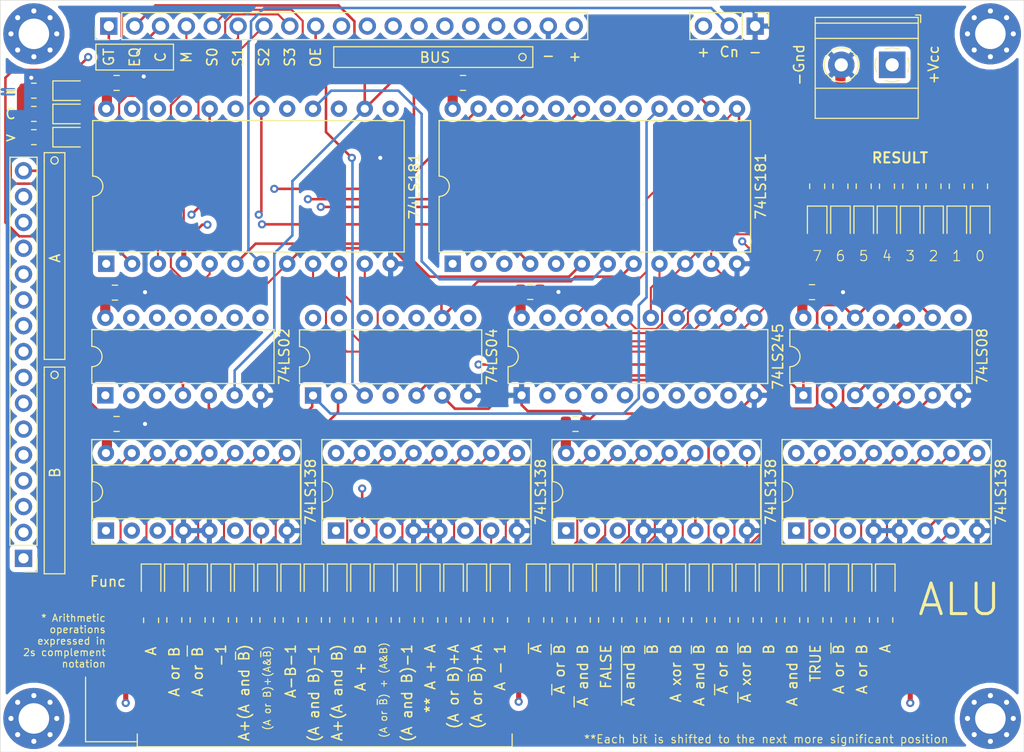
<source format=kicad_pcb>
(kicad_pcb (version 20171130) (host pcbnew "(5.1.9-0-10_14)")
  (layers (0 F.Cu signal) (1 In1.Cu signal) (2 In2.Cu signal hide) (31 B.Cu signal hide) (34 B.Paste user) (35 F.Paste user) (36 B.SilkS user) (37 F.SilkS user) (38 B.Mask user) (39 F.Mask user) (44 Edge.Cuts user))
  (net 0 "")
  (net 1 VCC)
  (net 2 GND)
  (net 3 B4)
  (net 4 ALU_OUT)
  (net 5 ALU_MODE)
  (net 6 ALU_S3)
  (net 7 ALU_S2)
  (net 8 ALU_S1)
  (net 9 ALU_S0)
  (net 10 CN+4)
  (net 11 NOT_ALU_OUT)
  (net 12 F7)
  (net 13 "Net-(D1-Pad1)")
  (net 14 F6)
  (net 15 "Net-(D2-Pad1)")
  (net 16 F5)
  (net 17 "Net-(D3-Pad1)")
  (net 18 F4)
  (net 19 "Net-(D4-Pad1)")
  (net 20 F3)
  (net 21 "Net-(D5-Pad1)")
  (net 22 F2)
  (net 23 "Net-(D6-Pad1)")
  (net 24 F1)
  (net 25 "Net-(D7-Pad1)")
  (net 26 F0)
  (net 27 "Net-(D8-Pad1)")
  (net 28 BUS_00)
  (net 29 BUS_01)
  (net 30 BUS_02)
  (net 31 BUS_03)
  (net 32 BUS_04)
  (net 33 BUS_05)
  (net 34 BUS_06)
  (net 35 BUS_07)
  (net 36 NOT_CARRY)
  (net 37 A_EQ_B)
  (net 38 A_GT_B)
  (net 39 "Net-(J17-Pad2)")
  (net 40 CARRY)
  (net 41 A5)
  (net 42 B5)
  (net 43 A6)
  (net 44 B6)
  (net 45 A7)
  (net 46 B7)
  (net 47 "Net-(U9-Pad17)")
  (net 48 "Net-(U9-Pad15)")
  (net 49 A4)
  (net 50 A1)
  (net 51 B1)
  (net 52 A2)
  (net 53 B2)
  (net 54 A3)
  (net 55 B3)
  (net 56 "Net-(U11-Pad17)")
  (net 57 "Net-(U11-Pad15)")
  (net 58 A0)
  (net 59 B0)
  (net 60 !ALU_S3)
  (net 61 !ALU_MODE)
  (net 62 "Net-(D9-Pad2)")
  (net 63 "Net-(D9-Pad1)")
  (net 64 "Net-(D10-Pad2)")
  (net 65 "Net-(D10-Pad1)")
  (net 66 "Net-(D11-Pad2)")
  (net 67 "Net-(D11-Pad1)")
  (net 68 "Net-(D12-Pad2)")
  (net 69 "Net-(D12-Pad1)")
  (net 70 "Net-(D13-Pad2)")
  (net 71 "Net-(D13-Pad1)")
  (net 72 "Net-(D14-Pad2)")
  (net 73 "Net-(D14-Pad1)")
  (net 74 "Net-(D15-Pad2)")
  (net 75 "Net-(D15-Pad1)")
  (net 76 "Net-(D16-Pad2)")
  (net 77 "Net-(D16-Pad1)")
  (net 78 "Net-(U1-Pad6)")
  (net 79 "Net-(U2-Pad6)")
  (net 80 "Net-(U3-Pad6)")
  (net 81 "Net-(U3-Pad3)")
  (net 82 "Net-(D17-Pad2)")
  (net 83 "Net-(D17-Pad1)")
  (net 84 "Net-(D18-Pad2)")
  (net 85 "Net-(D18-Pad1)")
  (net 86 "Net-(D19-Pad2)")
  (net 87 "Net-(D19-Pad1)")
  (net 88 "Net-(D20-Pad2)")
  (net 89 "Net-(D20-Pad1)")
  (net 90 "Net-(D21-Pad2)")
  (net 91 "Net-(D21-Pad1)")
  (net 92 "Net-(D22-Pad2)")
  (net 93 "Net-(D22-Pad1)")
  (net 94 "Net-(D23-Pad2)")
  (net 95 "Net-(D23-Pad1)")
  (net 96 "Net-(D24-Pad2)")
  (net 97 "Net-(D24-Pad1)")
  (net 98 "Net-(D25-Pad2)")
  (net 99 "Net-(D25-Pad1)")
  (net 100 "Net-(D26-Pad2)")
  (net 101 "Net-(D26-Pad1)")
  (net 102 "Net-(D27-Pad2)")
  (net 103 "Net-(D27-Pad1)")
  (net 104 "Net-(D28-Pad2)")
  (net 105 "Net-(D28-Pad1)")
  (net 106 "Net-(D29-Pad2)")
  (net 107 "Net-(D29-Pad1)")
  (net 108 "Net-(D30-Pad2)")
  (net 109 "Net-(D30-Pad1)")
  (net 110 "Net-(D31-Pad2)")
  (net 111 "Net-(D31-Pad1)")
  (net 112 "Net-(D32-Pad2)")
  (net 113 "Net-(D32-Pad1)")
  (net 114 "Net-(D33-Pad2)")
  (net 115 "Net-(D33-Pad1)")
  (net 116 "Net-(D34-Pad2)")
  (net 117 "Net-(D34-Pad1)")
  (net 118 "Net-(D35-Pad2)")
  (net 119 "Net-(D35-Pad1)")
  (net 120 "Net-(D36-Pad2)")
  (net 121 "Net-(D36-Pad1)")
  (net 122 "Net-(D37-Pad2)")
  (net 123 "Net-(D37-Pad1)")
  (net 124 "Net-(D38-Pad2)")
  (net 125 "Net-(D38-Pad1)")
  (net 126 "Net-(D39-Pad2)")
  (net 127 "Net-(D39-Pad1)")
  (net 128 "Net-(D40-Pad2)")
  (net 129 "Net-(D40-Pad1)")
  (net 130 "Net-(D41-Pad1)")
  (net 131 "Net-(D42-Pad1)")
  (net 132 "Net-(D43-Pad1)")
  (module Package_DIP:DIP-14_W7.62mm (layer F.Cu) (at 124.206 42.926 90)
    (fp_text reference U7 hide)
    (fp_text value 74LS04 (at 3.81 17.57 90) (layer F.SilkS))
    (pad 14 thru_hole oval (at 7.62 0 90) (size 1.6 1.6) (drill 0.8) (layers *.Cu *.Mask) (net 1 VCC))
    (pad 7 thru_hole oval (at 0 15.24 90) (size 1.6 1.6) (drill 0.8) (layers *.Cu *.Mask) (net 2 GND))
    (pad 13 thru_hole oval (at 7.62 2.54 90) (size 1.6 1.6) (drill 0.8) (layers *.Cu *.Mask))
    (pad 6 thru_hole oval (at 0 12.7 90) (size 1.6 1.6) (drill 0.8) (layers *.Cu *.Mask) (net 60 !ALU_S3))
    (pad 12 thru_hole oval (at 7.62 5.08 90) (size 1.6 1.6) (drill 0.8) (layers *.Cu *.Mask))
    (pad 5 thru_hole oval (at 0 10.16 90) (size 1.6 1.6) (drill 0.8) (layers *.Cu *.Mask) (net 6 ALU_S3))
    (pad 11 thru_hole oval (at 7.62 7.62 90) (size 1.6 1.6) (drill 0.8) (layers *.Cu *.Mask))
    (pad 4 thru_hole oval (at 0 7.62 90) (size 1.6 1.6) (drill 0.8) (layers *.Cu *.Mask) (net 11 NOT_ALU_OUT))
    (pad 10 thru_hole oval (at 7.62 10.16 90) (size 1.6 1.6) (drill 0.8) (layers *.Cu *.Mask))
    (pad 3 thru_hole oval (at 0 5.08 90) (size 1.6 1.6) (drill 0.8) (layers *.Cu *.Mask) (net 4 ALU_OUT))
    (pad 9 thru_hole oval (at 7.62 12.7 90) (size 1.6 1.6) (drill 0.8) (layers *.Cu *.Mask) (net 5 ALU_MODE))
    (pad 2 thru_hole oval (at 0 2.54 90) (size 1.6 1.6) (drill 0.8) (layers *.Cu *.Mask) (net 36 NOT_CARRY))
    (pad 8 thru_hole oval (at 7.62 15.24 90) (size 1.6 1.6) (drill 0.8) (layers *.Cu *.Mask) (net 61 !ALU_MODE))
    (pad 1 thru_hole rect (at 0 0 90) (size 1.6 1.6) (drill 0.8) (layers *.Cu *.Mask) (net 40 CARRY))
  )
  (module Resistor_SMD:R_0805_2012Metric (layer F.Cu) (at 96.774 17.526 180)
    (fp_text reference R43 hide)
    (fp_text value R_Small_US hide)
    (pad 2 smd roundrect (at 0.9125 0 180) (size 1.025 1.4) (layers F.Cu F.Paste F.Mask) (roundrect_rratio 0.2439014634146341) (net 2 GND))
    (pad 1 smd roundrect (at -0.9125 0 180) (size 1.025 1.4) (layers F.Cu F.Paste F.Mask) (roundrect_rratio 0.2439014634146341) (net 132 "Net-(D43-Pad1)"))
  )
  (module Resistor_SMD:R_0805_2012Metric (layer F.Cu) (at 96.774 12.954 180)
    (fp_text reference R42 hide)
    (fp_text value R_Small_US hide)
    (pad 2 smd roundrect (at 0.9125 0 180) (size 1.025 1.4) (layers F.Cu F.Paste F.Mask) (roundrect_rratio 0.2439014634146341) (net 2 GND))
    (pad 1 smd roundrect (at -0.9125 0 180) (size 1.025 1.4) (layers F.Cu F.Paste F.Mask) (roundrect_rratio 0.2439014634146341) (net 131 "Net-(D42-Pad1)"))
  )
  (module Resistor_SMD:R_0805_2012Metric (layer F.Cu) (at 96.774 15.24 180)
    (fp_text reference R41 hide)
    (fp_text value R_Small_US hide)
    (pad 2 smd roundrect (at 0.9125 0 180) (size 1.025 1.4) (layers F.Cu F.Paste F.Mask) (roundrect_rratio 0.2439014634146341) (net 2 GND))
    (pad 1 smd roundrect (at -0.9125 0 180) (size 1.025 1.4) (layers F.Cu F.Paste F.Mask) (roundrect_rratio 0.2439014634146341) (net 130 "Net-(D41-Pad1)"))
  )
  (module LED_SMD:LED_0805_2012Metric (layer F.Cu) (at 100.33 17.526)
    (fp_text reference D43 hide)
    (fp_text value LED hide)
    (pad 2 smd roundrect (at 0.9375 0) (size 0.975 1.4) (layers F.Cu F.Paste F.Mask) (net 38 A_GT_B))
    (pad 1 smd roundrect (at -0.9375 0) (size 0.975 1.4) (layers F.Cu F.Paste F.Mask) (net 132 "Net-(D43-Pad1)"))
  )
  (module LED_SMD:LED_0805_2012Metric (layer F.Cu) (at 100.33 12.954)
    (fp_text reference D42 hide)
    (fp_text value LED hide)
    (pad 2 smd roundrect (at 0.9375 0) (size 0.975 1.4) (layers F.Cu F.Paste F.Mask) (net 37 A_EQ_B))
    (pad 1 smd roundrect (at -0.9375 0) (size 0.975 1.4) (layers F.Cu F.Paste F.Mask) (net 131 "Net-(D42-Pad1)"))
  )
  (module LED_SMD:LED_0805_2012Metric (layer F.Cu) (at 100.33 15.24)
    (fp_text reference D41 hide)
    (fp_text value LED hide)
    (pad 2 smd roundrect (at 0.9375 0) (size 0.975 1.4) (layers F.Cu F.Paste F.Mask) (net 36 NOT_CARRY))
    (pad 1 smd roundrect (at -0.9375 0) (size 0.975 1.4) (layers F.Cu F.Paste F.Mask) (net 130 "Net-(D41-Pad1)"))
  )
  (module Connector_PinHeader_2.54mm:PinHeader_1x19_P2.54mm_Vertical (layer F.Cu) (at 104.14 6.604 90)
    (fp_text reference J2 hide)
    (fp_text value Conn_01x19 hide)
    (pad 19 thru_hole oval (at 0 45.72 90) (size 1.7 1.7) (drill 1) (layers *.Cu *.Mask) (net 1 VCC))
    (pad 18 thru_hole oval (at 0 43.18 90) (size 1.7 1.7) (drill 1) (layers *.Cu *.Mask) (net 2 GND))
    (pad 17 thru_hole oval (at 0 40.64 90) (size 1.7 1.7) (drill 1) (layers *.Cu *.Mask) (net 28 BUS_00))
    (pad 16 thru_hole oval (at 0 38.1 90) (size 1.7 1.7) (drill 1) (layers *.Cu *.Mask) (net 29 BUS_01))
    (pad 15 thru_hole oval (at 0 35.56 90) (size 1.7 1.7) (drill 1) (layers *.Cu *.Mask) (net 30 BUS_02))
    (pad 14 thru_hole oval (at 0 33.02 90) (size 1.7 1.7) (drill 1) (layers *.Cu *.Mask) (net 31 BUS_03))
    (pad 13 thru_hole oval (at 0 30.48 90) (size 1.7 1.7) (drill 1) (layers *.Cu *.Mask) (net 32 BUS_04))
    (pad 12 thru_hole oval (at 0 27.94 90) (size 1.7 1.7) (drill 1) (layers *.Cu *.Mask) (net 33 BUS_05))
    (pad 11 thru_hole oval (at 0 25.4 90) (size 1.7 1.7) (drill 1) (layers *.Cu *.Mask) (net 34 BUS_06))
    (pad 10 thru_hole oval (at 0 22.86 90) (size 1.7 1.7) (drill 1) (layers *.Cu *.Mask) (net 35 BUS_07))
    (pad 9 thru_hole oval (at 0 20.32 90) (size 1.7 1.7) (drill 1) (layers *.Cu *.Mask) (net 4 ALU_OUT))
    (pad 8 thru_hole oval (at 0 17.78 90) (size 1.7 1.7) (drill 1) (layers *.Cu *.Mask) (net 6 ALU_S3))
    (pad 7 thru_hole oval (at 0 15.24 90) (size 1.7 1.7) (drill 1) (layers *.Cu *.Mask) (net 7 ALU_S2))
    (pad 6 thru_hole oval (at 0 12.7 90) (size 1.7 1.7) (drill 1) (layers *.Cu *.Mask) (net 8 ALU_S1))
    (pad 5 thru_hole oval (at 0 10.16 90) (size 1.7 1.7) (drill 1) (layers *.Cu *.Mask) (net 9 ALU_S0))
    (pad 4 thru_hole oval (at 0 7.62 90) (size 1.7 1.7) (drill 1) (layers *.Cu *.Mask) (net 5 ALU_MODE))
    (pad 3 thru_hole oval (at 0 5.08 90) (size 1.7 1.7) (drill 1) (layers *.Cu *.Mask) (net 36 NOT_CARRY))
    (pad 2 thru_hole oval (at 0 2.54 90) (size 1.7 1.7) (drill 1) (layers *.Cu *.Mask) (net 37 A_EQ_B))
    (pad 1 thru_hole rect (at 0 0 90) (size 1.7 1.7) (drill 1) (layers *.Cu *.Mask) (net 38 A_GT_B))
  )
  (module Capacitor_SMD:C_0805_2012Metric (layer F.Cu) (at 149.992 45.72)
    (fp_text reference C7 hide)
    (fp_text value CP1 hide)
    (pad 2 smd roundrect (at 0.95 0) (size 1 1.45) (layers F.Cu F.Paste F.Mask) (net 2 GND))
    (pad 1 smd roundrect (at -0.95 0) (size 1 1.45) (layers F.Cu F.Paste F.Mask) (net 1 VCC))
  )
  (module Capacitor_SMD:C_0805_2012Metric (layer F.Cu) (at 104.902 45.72)
    (fp_text reference C6 hide)
    (fp_text value CP1 hide)
    (pad 2 smd roundrect (at 0.95 0) (size 1 1.45) (layers F.Cu F.Paste F.Mask) (net 2 GND))
    (pad 1 smd roundrect (at -0.95 0) (size 1 1.45) (layers F.Cu F.Paste F.Mask) (net 1 VCC))
  )
  (module Connector_PinHeader_2.54mm:PinHeader_1x03_P2.54mm_Vertical (layer F.Cu) (at 167.64 6.604 270)
    (fp_text reference J17 hide)
    (fp_text value Conn_01x03 hide)
    (pad 3 thru_hole oval (at 0 5.08 270) (size 1.7 1.7) (drill 1) (layers *.Cu *.Mask) (net 1 VCC))
    (pad 2 thru_hole oval (at 0 2.54 270) (size 1.7 1.7) (drill 1) (layers *.Cu *.Mask) (net 39 "Net-(J17-Pad2)"))
    (pad 1 thru_hole rect (at 0 0 270) (size 1.7 1.7) (drill 1) (layers *.Cu *.Mask) (net 2 GND))
  )
  (module Resistor_SMD:R_0805_2012Metric (layer F.Cu) (at 180.426 64.99 270)
    (fp_text reference R40 hide)
    (fp_text value R_Small_US hide)
    (pad 2 smd roundrect (at 0.9125 0 270) (size 1.025 1.4) (layers F.Cu F.Paste F.Mask) (roundrect_rratio 0.2439004878048781) (net 1 VCC))
    (pad 1 smd roundrect (at -0.9125 0 270) (size 1.025 1.4) (layers F.Cu F.Paste F.Mask) (roundrect_rratio 0.2439004878048781) (net 114 "Net-(D33-Pad2)"))
  )
  (module Resistor_SMD:R_0805_2012Metric (layer F.Cu) (at 178.14 64.99 270)
    (fp_text reference R39 hide)
    (fp_text value R_Small_US hide)
    (pad 2 smd roundrect (at 0.9125 0 270) (size 1.025 1.4) (layers F.Cu F.Paste F.Mask) (roundrect_rratio 0.2439004878048781) (net 1 VCC))
    (pad 1 smd roundrect (at -0.9125 0 270) (size 1.025 1.4) (layers F.Cu F.Paste F.Mask) (roundrect_rratio 0.2439004878048781) (net 116 "Net-(D34-Pad2)"))
  )
  (module Resistor_SMD:R_0805_2012Metric (layer F.Cu) (at 175.854 64.99 270)
    (fp_text reference R38 hide)
    (fp_text value R_Small_US hide)
    (pad 2 smd roundrect (at 0.9125 0 270) (size 1.025 1.4) (layers F.Cu F.Paste F.Mask) (roundrect_rratio 0.2439004878048781) (net 1 VCC))
    (pad 1 smd roundrect (at -0.9125 0 270) (size 1.025 1.4) (layers F.Cu F.Paste F.Mask) (roundrect_rratio 0.2439004878048781) (net 118 "Net-(D35-Pad2)"))
  )
  (module Resistor_SMD:R_0805_2012Metric (layer F.Cu) (at 173.568 64.99 270)
    (fp_text reference R37 hide)
    (fp_text value R_Small_US hide)
    (pad 2 smd roundrect (at 0.9125 0 270) (size 1.025 1.4) (layers F.Cu F.Paste F.Mask) (roundrect_rratio 0.2439004878048781) (net 1 VCC))
    (pad 1 smd roundrect (at -0.9125 0 270) (size 1.025 1.4) (layers F.Cu F.Paste F.Mask) (roundrect_rratio 0.2439004878048781) (net 120 "Net-(D36-Pad2)"))
  )
  (module Resistor_SMD:R_0805_2012Metric (layer F.Cu) (at 171.282 64.99 270)
    (fp_text reference R36 hide)
    (fp_text value R_Small_US hide)
    (pad 2 smd roundrect (at 0.9125 0 270) (size 1.025 1.4) (layers F.Cu F.Paste F.Mask) (roundrect_rratio 0.2439004878048781) (net 1 VCC))
    (pad 1 smd roundrect (at -0.9125 0 270) (size 1.025 1.4) (layers F.Cu F.Paste F.Mask) (roundrect_rratio 0.2439004878048781) (net 122 "Net-(D37-Pad2)"))
  )
  (module Resistor_SMD:R_0805_2012Metric (layer F.Cu) (at 168.996 64.99 270)
    (fp_text reference R35 hide)
    (fp_text value R_Small_US hide)
    (pad 2 smd roundrect (at 0.9125 0 270) (size 1.025 1.4) (layers F.Cu F.Paste F.Mask) (roundrect_rratio 0.2439004878048781) (net 1 VCC))
    (pad 1 smd roundrect (at -0.9125 0 270) (size 1.025 1.4) (layers F.Cu F.Paste F.Mask) (roundrect_rratio 0.2439004878048781) (net 124 "Net-(D38-Pad2)"))
  )
  (module Resistor_SMD:R_0805_2012Metric (layer F.Cu) (at 166.71 64.99 270)
    (fp_text reference R34 hide)
    (fp_text value R_Small_US hide)
    (pad 2 smd roundrect (at 0.9125 0 270) (size 1.025 1.4) (layers F.Cu F.Paste F.Mask) (roundrect_rratio 0.2439004878048781) (net 1 VCC))
    (pad 1 smd roundrect (at -0.9125 0 270) (size 1.025 1.4) (layers F.Cu F.Paste F.Mask) (roundrect_rratio 0.2439004878048781) (net 126 "Net-(D39-Pad2)"))
  )
  (module Resistor_SMD:R_0805_2012Metric (layer F.Cu) (at 164.424 64.99 270)
    (fp_text reference R33 hide)
    (fp_text value R_Small_US hide)
    (pad 2 smd roundrect (at 0.9125 0 270) (size 1.025 1.4) (layers F.Cu F.Paste F.Mask) (roundrect_rratio 0.2439004878048781) (net 1 VCC))
    (pad 1 smd roundrect (at -0.9125 0 270) (size 1.025 1.4) (layers F.Cu F.Paste F.Mask) (roundrect_rratio 0.2439004878048781) (net 128 "Net-(D40-Pad2)"))
  )
  (module LED_SMD:LED_0805_2012Metric (layer F.Cu) (at 164.424 61.18 270)
    (fp_text reference D40 hide)
    (fp_text value LED hide)
    (pad 2 smd roundrect (at 0.9375 0 270) (size 0.975 1.4) (layers F.Cu F.Paste F.Mask) (net 128 "Net-(D40-Pad2)"))
    (pad 1 smd roundrect (at -0.9375 0 270) (size 0.975 1.4) (layers F.Cu F.Paste F.Mask) (net 129 "Net-(D40-Pad1)"))
  )
  (module LED_SMD:LED_0805_2012Metric (layer F.Cu) (at 166.71 61.18 270)
    (fp_text reference D39 hide)
    (fp_text value LED hide)
    (pad 2 smd roundrect (at 0.9375 0 270) (size 0.975 1.4) (layers F.Cu F.Paste F.Mask) (net 126 "Net-(D39-Pad2)"))
    (pad 1 smd roundrect (at -0.9375 0 270) (size 0.975 1.4) (layers F.Cu F.Paste F.Mask) (net 127 "Net-(D39-Pad1)"))
  )
  (module LED_SMD:LED_0805_2012Metric (layer F.Cu) (at 168.996 61.18 270)
    (fp_text reference D38 hide)
    (fp_text value LED hide)
    (pad 2 smd roundrect (at 0.9375 0 270) (size 0.975 1.4) (layers F.Cu F.Paste F.Mask) (net 124 "Net-(D38-Pad2)"))
    (pad 1 smd roundrect (at -0.9375 0 270) (size 0.975 1.4) (layers F.Cu F.Paste F.Mask) (net 125 "Net-(D38-Pad1)"))
  )
  (module LED_SMD:LED_0805_2012Metric (layer F.Cu) (at 171.282 61.18 270)
    (fp_text reference D37 hide)
    (fp_text value LED hide)
    (pad 2 smd roundrect (at 0.9375 0 270) (size 0.975 1.4) (layers F.Cu F.Paste F.Mask) (net 122 "Net-(D37-Pad2)"))
    (pad 1 smd roundrect (at -0.9375 0 270) (size 0.975 1.4) (layers F.Cu F.Paste F.Mask) (net 123 "Net-(D37-Pad1)"))
  )
  (module LED_SMD:LED_0805_2012Metric (layer F.Cu) (at 173.568 61.18 270)
    (fp_text reference D36 hide)
    (fp_text value LED hide)
    (pad 2 smd roundrect (at 0.9375 0 270) (size 0.975 1.4) (layers F.Cu F.Paste F.Mask) (net 120 "Net-(D36-Pad2)"))
    (pad 1 smd roundrect (at -0.9375 0 270) (size 0.975 1.4) (layers F.Cu F.Paste F.Mask) (net 121 "Net-(D36-Pad1)"))
  )
  (module LED_SMD:LED_0805_2012Metric (layer F.Cu) (at 175.854 61.18 270)
    (fp_text reference D35 hide)
    (fp_text value LED hide)
    (pad 2 smd roundrect (at 0.9375 0 270) (size 0.975 1.4) (layers F.Cu F.Paste F.Mask) (net 118 "Net-(D35-Pad2)"))
    (pad 1 smd roundrect (at -0.9375 0 270) (size 0.975 1.4) (layers F.Cu F.Paste F.Mask) (net 119 "Net-(D35-Pad1)"))
  )
  (module LED_SMD:LED_0805_2012Metric (layer F.Cu) (at 178.14 61.18 270)
    (fp_text reference D34 hide)
    (fp_text value LED hide)
    (pad 2 smd roundrect (at 0.9375 0 270) (size 0.975 1.4) (layers F.Cu F.Paste F.Mask) (net 116 "Net-(D34-Pad2)"))
    (pad 1 smd roundrect (at -0.9375 0 270) (size 0.975 1.4) (layers F.Cu F.Paste F.Mask) (net 117 "Net-(D34-Pad1)"))
  )
  (module LED_SMD:LED_0805_2012Metric (layer F.Cu) (at 180.426 61.18 270)
    (fp_text reference D33 hide)
    (fp_text value LED hide)
    (pad 2 smd roundrect (at 0.9375 0 270) (size 0.975 1.4) (layers F.Cu F.Paste F.Mask) (net 114 "Net-(D33-Pad2)"))
    (pad 1 smd roundrect (at -0.9375 0 270) (size 0.975 1.4) (layers F.Cu F.Paste F.Mask) (net 115 "Net-(D33-Pad1)"))
  )
  (module Resistor_SMD:R_0805_2012Metric (layer F.Cu) (at 162.138 64.99 270)
    (fp_text reference R32 hide)
    (fp_text value R_Small_US hide)
    (pad 2 smd roundrect (at 0.9125 0 270) (size 1.025 1.4) (layers F.Cu F.Paste F.Mask) (roundrect_rratio 0.2439004878048781) (net 1 VCC))
    (pad 1 smd roundrect (at -0.9125 0 270) (size 1.025 1.4) (layers F.Cu F.Paste F.Mask) (roundrect_rratio 0.2439004878048781) (net 98 "Net-(D25-Pad2)"))
  )
  (module Resistor_SMD:R_0805_2012Metric (layer F.Cu) (at 159.852 64.99 270)
    (fp_text reference R31 hide)
    (fp_text value R_Small_US hide)
    (pad 2 smd roundrect (at 0.9125 0 270) (size 1.025 1.4) (layers F.Cu F.Paste F.Mask) (roundrect_rratio 0.2439004878048781) (net 1 VCC))
    (pad 1 smd roundrect (at -0.9125 0 270) (size 1.025 1.4) (layers F.Cu F.Paste F.Mask) (roundrect_rratio 0.2439004878048781) (net 100 "Net-(D26-Pad2)"))
  )
  (module Resistor_SMD:R_0805_2012Metric (layer F.Cu) (at 157.566 64.99 270)
    (fp_text reference R30 hide)
    (fp_text value R_Small_US hide)
    (pad 2 smd roundrect (at 0.9125 0 270) (size 1.025 1.4) (layers F.Cu F.Paste F.Mask) (roundrect_rratio 0.2439004878048781) (net 1 VCC))
    (pad 1 smd roundrect (at -0.9125 0 270) (size 1.025 1.4) (layers F.Cu F.Paste F.Mask) (roundrect_rratio 0.2439004878048781) (net 102 "Net-(D27-Pad2)"))
  )
  (module Resistor_SMD:R_0805_2012Metric (layer F.Cu) (at 155.28 64.99 270)
    (fp_text reference R29 hide)
    (fp_text value R_Small_US hide)
    (pad 2 smd roundrect (at 0.9125 0 270) (size 1.025 1.4) (layers F.Cu F.Paste F.Mask) (roundrect_rratio 0.2439004878048781) (net 1 VCC))
    (pad 1 smd roundrect (at -0.9125 0 270) (size 1.025 1.4) (layers F.Cu F.Paste F.Mask) (roundrect_rratio 0.2439004878048781) (net 104 "Net-(D28-Pad2)"))
  )
  (module Resistor_SMD:R_0805_2012Metric (layer F.Cu) (at 152.994 64.99 270)
    (fp_text reference R28 hide)
    (fp_text value R_Small_US hide)
    (pad 2 smd roundrect (at 0.9125 0 270) (size 1.025 1.4) (layers F.Cu F.Paste F.Mask) (roundrect_rratio 0.2439004878048781) (net 1 VCC))
    (pad 1 smd roundrect (at -0.9125 0 270) (size 1.025 1.4) (layers F.Cu F.Paste F.Mask) (roundrect_rratio 0.2439004878048781) (net 106 "Net-(D29-Pad2)"))
  )
  (module Resistor_SMD:R_0805_2012Metric (layer F.Cu) (at 150.708 64.99 270)
    (fp_text reference R27 hide)
    (fp_text value R_Small_US hide)
    (pad 2 smd roundrect (at 0.9125 0 270) (size 1.025 1.4) (layers F.Cu F.Paste F.Mask) (roundrect_rratio 0.2439004878048781) (net 1 VCC))
    (pad 1 smd roundrect (at -0.9125 0 270) (size 1.025 1.4) (layers F.Cu F.Paste F.Mask) (roundrect_rratio 0.2439004878048781) (net 108 "Net-(D30-Pad2)"))
  )
  (module Resistor_SMD:R_0805_2012Metric (layer F.Cu) (at 148.422 64.99 270)
    (fp_text reference R26 hide)
    (fp_text value R_Small_US hide)
    (pad 2 smd roundrect (at 0.9125 0 270) (size 1.025 1.4) (layers F.Cu F.Paste F.Mask) (roundrect_rratio 0.2439004878048781) (net 1 VCC))
    (pad 1 smd roundrect (at -0.9125 0 270) (size 1.025 1.4) (layers F.Cu F.Paste F.Mask) (roundrect_rratio 0.2439004878048781) (net 110 "Net-(D31-Pad2)"))
  )
  (module Resistor_SMD:R_0805_2012Metric (layer F.Cu) (at 146.136 64.99 270)
    (fp_text reference R25 hide)
    (fp_text value R_Small_US hide)
    (pad 2 smd roundrect (at 0.9125 0 270) (size 1.025 1.4) (layers F.Cu F.Paste F.Mask) (roundrect_rratio 0.2439004878048781) (net 1 VCC))
    (pad 1 smd roundrect (at -0.9125 0 270) (size 1.025 1.4) (layers F.Cu F.Paste F.Mask) (roundrect_rratio 0.2439004878048781) (net 112 "Net-(D32-Pad2)"))
  )
  (module LED_SMD:LED_0805_2012Metric (layer F.Cu) (at 146.136 61.18 270)
    (fp_text reference D32 hide)
    (fp_text value LED hide)
    (pad 2 smd roundrect (at 0.9375 0 270) (size 0.975 1.4) (layers F.Cu F.Paste F.Mask) (net 112 "Net-(D32-Pad2)"))
    (pad 1 smd roundrect (at -0.9375 0 270) (size 0.975 1.4) (layers F.Cu F.Paste F.Mask) (net 113 "Net-(D32-Pad1)"))
  )
  (module LED_SMD:LED_0805_2012Metric (layer F.Cu) (at 148.422 61.18 270)
    (fp_text reference D31 hide)
    (fp_text value LED hide)
    (pad 2 smd roundrect (at 0.9375 0 270) (size 0.975 1.4) (layers F.Cu F.Paste F.Mask) (net 110 "Net-(D31-Pad2)"))
    (pad 1 smd roundrect (at -0.9375 0 270) (size 0.975 1.4) (layers F.Cu F.Paste F.Mask) (net 111 "Net-(D31-Pad1)"))
  )
  (module LED_SMD:LED_0805_2012Metric (layer F.Cu) (at 150.708 61.18 270)
    (fp_text reference D30 hide)
    (fp_text value LED hide)
    (pad 2 smd roundrect (at 0.9375 0 270) (size 0.975 1.4) (layers F.Cu F.Paste F.Mask) (net 108 "Net-(D30-Pad2)"))
    (pad 1 smd roundrect (at -0.9375 0 270) (size 0.975 1.4) (layers F.Cu F.Paste F.Mask) (net 109 "Net-(D30-Pad1)"))
  )
  (module LED_SMD:LED_0805_2012Metric (layer F.Cu) (at 152.994 61.18 270)
    (fp_text reference D29 hide)
    (fp_text value LED hide)
    (pad 2 smd roundrect (at 0.9375 0 270) (size 0.975 1.4) (layers F.Cu F.Paste F.Mask) (net 106 "Net-(D29-Pad2)"))
    (pad 1 smd roundrect (at -0.9375 0 270) (size 0.975 1.4) (layers F.Cu F.Paste F.Mask) (net 107 "Net-(D29-Pad1)"))
  )
  (module LED_SMD:LED_0805_2012Metric (layer F.Cu) (at 155.28 61.18 270)
    (fp_text reference D28 hide)
    (fp_text value LED hide)
    (pad 2 smd roundrect (at 0.9375 0 270) (size 0.975 1.4) (layers F.Cu F.Paste F.Mask) (net 104 "Net-(D28-Pad2)"))
    (pad 1 smd roundrect (at -0.9375 0 270) (size 0.975 1.4) (layers F.Cu F.Paste F.Mask) (net 105 "Net-(D28-Pad1)"))
  )
  (module LED_SMD:LED_0805_2012Metric (layer F.Cu) (at 157.566 61.18 270)
    (fp_text reference D27 hide)
    (fp_text value LED hide)
    (pad 2 smd roundrect (at 0.9375 0 270) (size 0.975 1.4) (layers F.Cu F.Paste F.Mask) (net 102 "Net-(D27-Pad2)"))
    (pad 1 smd roundrect (at -0.9375 0 270) (size 0.975 1.4) (layers F.Cu F.Paste F.Mask) (net 103 "Net-(D27-Pad1)"))
  )
  (module LED_SMD:LED_0805_2012Metric (layer F.Cu) (at 159.852 61.18 270)
    (fp_text reference D26 hide)
    (fp_text value LED hide)
    (pad 2 smd roundrect (at 0.9375 0 270) (size 0.975 1.4) (layers F.Cu F.Paste F.Mask) (net 100 "Net-(D26-Pad2)"))
    (pad 1 smd roundrect (at -0.9375 0 270) (size 0.975 1.4) (layers F.Cu F.Paste F.Mask) (net 101 "Net-(D26-Pad1)"))
  )
  (module LED_SMD:LED_0805_2012Metric (layer F.Cu) (at 162.138 61.18 270)
    (fp_text reference D25 hide)
    (fp_text value LED hide)
    (pad 2 smd roundrect (at 0.9375 0 270) (size 0.975 1.4) (layers F.Cu F.Paste F.Mask) (net 98 "Net-(D25-Pad2)"))
    (pad 1 smd roundrect (at -0.9375 0 270) (size 0.975 1.4) (layers F.Cu F.Paste F.Mask) (net 99 "Net-(D25-Pad1)"))
  )
  (module Resistor_SMD:R_0805_2012Metric (layer F.Cu) (at 142.58 64.99 270)
    (fp_text reference R24 hide)
    (fp_text value R_Small_US hide)
    (pad 2 smd roundrect (at 0.9125 0 270) (size 1.025 1.4) (layers F.Cu F.Paste F.Mask) (roundrect_rratio 0.2439004878048781) (net 1 VCC))
    (pad 1 smd roundrect (at -0.9125 0 270) (size 1.025 1.4) (layers F.Cu F.Paste F.Mask) (roundrect_rratio 0.2439004878048781) (net 82 "Net-(D17-Pad2)"))
  )
  (module Resistor_SMD:R_0805_2012Metric (layer F.Cu) (at 140.294 64.99 270)
    (fp_text reference R23 hide)
    (fp_text value R_Small_US hide)
    (pad 2 smd roundrect (at 0.9125 0 270) (size 1.025 1.4) (layers F.Cu F.Paste F.Mask) (roundrect_rratio 0.2439004878048781) (net 1 VCC))
    (pad 1 smd roundrect (at -0.9125 0 270) (size 1.025 1.4) (layers F.Cu F.Paste F.Mask) (roundrect_rratio 0.2439004878048781) (net 84 "Net-(D18-Pad2)"))
  )
  (module Resistor_SMD:R_0805_2012Metric (layer F.Cu) (at 138.008 64.99 270)
    (fp_text reference R22 hide)
    (fp_text value R_Small_US hide)
    (pad 2 smd roundrect (at 0.9125 0 270) (size 1.025 1.4) (layers F.Cu F.Paste F.Mask) (roundrect_rratio 0.2439004878048781) (net 1 VCC))
    (pad 1 smd roundrect (at -0.9125 0 270) (size 1.025 1.4) (layers F.Cu F.Paste F.Mask) (roundrect_rratio 0.2439004878048781) (net 86 "Net-(D19-Pad2)"))
  )
  (module Resistor_SMD:R_0805_2012Metric (layer F.Cu) (at 135.722 64.99 270)
    (fp_text reference R21 hide)
    (fp_text value R_Small_US hide)
    (pad 2 smd roundrect (at 0.9125 0 270) (size 1.025 1.4) (layers F.Cu F.Paste F.Mask) (roundrect_rratio 0.2439004878048781) (net 1 VCC))
    (pad 1 smd roundrect (at -0.9125 0 270) (size 1.025 1.4) (layers F.Cu F.Paste F.Mask) (roundrect_rratio 0.2439004878048781) (net 88 "Net-(D20-Pad2)"))
  )
  (module Resistor_SMD:R_0805_2012Metric (layer F.Cu) (at 133.436 64.99 270)
    (fp_text reference R20 hide)
    (fp_text value R_Small_US hide)
    (pad 2 smd roundrect (at 0.9125 0 270) (size 1.025 1.4) (layers F.Cu F.Paste F.Mask) (roundrect_rratio 0.2439004878048781) (net 1 VCC))
    (pad 1 smd roundrect (at -0.9125 0 270) (size 1.025 1.4) (layers F.Cu F.Paste F.Mask) (roundrect_rratio 0.2439004878048781) (net 90 "Net-(D21-Pad2)"))
  )
  (module Resistor_SMD:R_0805_2012Metric (layer F.Cu) (at 131.15 64.99 270)
    (fp_text reference R19 hide)
    (fp_text value R_Small_US hide)
    (pad 2 smd roundrect (at 0.9125 0 270) (size 1.025 1.4) (layers F.Cu F.Paste F.Mask) (roundrect_rratio 0.2439004878048781) (net 1 VCC))
    (pad 1 smd roundrect (at -0.9125 0 270) (size 1.025 1.4) (layers F.Cu F.Paste F.Mask) (roundrect_rratio 0.2439004878048781) (net 92 "Net-(D22-Pad2)"))
  )
  (module Resistor_SMD:R_0805_2012Metric (layer F.Cu) (at 128.864 64.99 270)
    (fp_text reference R18 hide)
    (fp_text value R_Small_US hide)
    (pad 2 smd roundrect (at 0.9125 0 270) (size 1.025 1.4) (layers F.Cu F.Paste F.Mask) (roundrect_rratio 0.2439004878048781) (net 1 VCC))
    (pad 1 smd roundrect (at -0.9125 0 270) (size 1.025 1.4) (layers F.Cu F.Paste F.Mask) (roundrect_rratio 0.2439004878048781) (net 94 "Net-(D23-Pad2)"))
  )
  (module Resistor_SMD:R_0805_2012Metric (layer F.Cu) (at 126.578 64.99 270)
    (fp_text reference R17 hide)
    (fp_text value R_Small_US hide)
    (pad 2 smd roundrect (at 0.9125 0 270) (size 1.025 1.4) (layers F.Cu F.Paste F.Mask) (roundrect_rratio 0.2439004878048781) (net 1 VCC))
    (pad 1 smd roundrect (at -0.9125 0 270) (size 1.025 1.4) (layers F.Cu F.Paste F.Mask) (roundrect_rratio 0.2439004878048781) (net 96 "Net-(D24-Pad2)"))
  )
  (module LED_SMD:LED_0805_2012Metric (layer F.Cu) (at 126.578 61.18 270)
    (fp_text reference D24 hide)
    (fp_text value LED hide)
    (pad 2 smd roundrect (at 0.9375 0 270) (size 0.975 1.4) (layers F.Cu F.Paste F.Mask) (net 96 "Net-(D24-Pad2)"))
    (pad 1 smd roundrect (at -0.9375 0 270) (size 0.975 1.4) (layers F.Cu F.Paste F.Mask) (net 97 "Net-(D24-Pad1)"))
  )
  (module LED_SMD:LED_0805_2012Metric (layer F.Cu) (at 128.864 61.18 270)
    (fp_text reference D23 hide)
    (fp_text value LED hide)
    (pad 2 smd roundrect (at 0.9375 0 270) (size 0.975 1.4) (layers F.Cu F.Paste F.Mask) (net 94 "Net-(D23-Pad2)"))
    (pad 1 smd roundrect (at -0.9375 0 270) (size 0.975 1.4) (layers F.Cu F.Paste F.Mask) (net 95 "Net-(D23-Pad1)"))
  )
  (module LED_SMD:LED_0805_2012Metric (layer F.Cu) (at 131.15 61.18 270)
    (fp_text reference D22 hide)
    (fp_text value LED hide)
    (pad 2 smd roundrect (at 0.9375 0 270) (size 0.975 1.4) (layers F.Cu F.Paste F.Mask) (net 92 "Net-(D22-Pad2)"))
    (pad 1 smd roundrect (at -0.9375 0 270) (size 0.975 1.4) (layers F.Cu F.Paste F.Mask) (net 93 "Net-(D22-Pad1)"))
  )
  (module LED_SMD:LED_0805_2012Metric (layer F.Cu) (at 133.436 61.18 270)
    (fp_text reference D21 hide)
    (fp_text value LED hide)
    (pad 2 smd roundrect (at 0.9375 0 270) (size 0.975 1.4) (layers F.Cu F.Paste F.Mask) (net 90 "Net-(D21-Pad2)"))
    (pad 1 smd roundrect (at -0.9375 0 270) (size 0.975 1.4) (layers F.Cu F.Paste F.Mask) (net 91 "Net-(D21-Pad1)"))
  )
  (module LED_SMD:LED_0805_2012Metric (layer F.Cu) (at 135.722 61.18 270)
    (fp_text reference D20 hide)
    (fp_text value LED hide)
    (pad 2 smd roundrect (at 0.9375 0 270) (size 0.975 1.4) (layers F.Cu F.Paste F.Mask) (net 88 "Net-(D20-Pad2)"))
    (pad 1 smd roundrect (at -0.9375 0 270) (size 0.975 1.4) (layers F.Cu F.Paste F.Mask) (net 89 "Net-(D20-Pad1)"))
  )
  (module LED_SMD:LED_0805_2012Metric (layer F.Cu) (at 138.008 61.18 270)
    (fp_text reference D19 hide)
    (fp_text value LED hide)
    (pad 2 smd roundrect (at 0.9375 0 270) (size 0.975 1.4) (layers F.Cu F.Paste F.Mask) (net 86 "Net-(D19-Pad2)"))
    (pad 1 smd roundrect (at -0.9375 0 270) (size 0.975 1.4) (layers F.Cu F.Paste F.Mask) (net 87 "Net-(D19-Pad1)"))
  )
  (module LED_SMD:LED_0805_2012Metric (layer F.Cu) (at 140.294 61.18 270)
    (fp_text reference D18 hide)
    (fp_text value LED hide)
    (pad 2 smd roundrect (at 0.9375 0 270) (size 0.975 1.4) (layers F.Cu F.Paste F.Mask) (net 84 "Net-(D18-Pad2)"))
    (pad 1 smd roundrect (at -0.9375 0 270) (size 0.975 1.4) (layers F.Cu F.Paste F.Mask) (net 85 "Net-(D18-Pad1)"))
  )
  (module LED_SMD:LED_0805_2012Metric (layer F.Cu) (at 142.58 61.18 270)
    (fp_text reference D17 hide)
    (fp_text value LED hide)
    (pad 2 smd roundrect (at 0.9375 0 270) (size 0.975 1.4) (layers F.Cu F.Paste F.Mask) (net 82 "Net-(D17-Pad2)"))
    (pad 1 smd roundrect (at -0.9375 0 270) (size 0.975 1.4) (layers F.Cu F.Paste F.Mask) (net 83 "Net-(D17-Pad1)"))
  )
  (module Package_DIP:DIP-16_W7.62mm_Socket (layer F.Cu) (at 171.674 56.208 90)
    (fp_text reference U5 hide)
    (fp_text value 74LS138 (at 3.81 20.11 90) (layer F.SilkS))
    (pad 16 thru_hole oval (at 7.62 0 90) (size 1.6 1.6) (drill 0.8) (layers *.Cu *.Mask) (net 1 VCC))
    (pad 8 thru_hole oval (at 0 17.78 90) (size 1.6 1.6) (drill 0.8) (layers *.Cu *.Mask) (net 2 GND))
    (pad 15 thru_hole oval (at 7.62 2.54 90) (size 1.6 1.6) (drill 0.8) (layers *.Cu *.Mask) (net 129 "Net-(D40-Pad1)"))
    (pad 7 thru_hole oval (at 0 15.24 90) (size 1.6 1.6) (drill 0.8) (layers *.Cu *.Mask) (net 115 "Net-(D33-Pad1)"))
    (pad 14 thru_hole oval (at 7.62 5.08 90) (size 1.6 1.6) (drill 0.8) (layers *.Cu *.Mask) (net 127 "Net-(D39-Pad1)"))
    (pad 6 thru_hole oval (at 0 12.7 90) (size 1.6 1.6) (drill 0.8) (layers *.Cu *.Mask) (net 81 "Net-(U3-Pad3)"))
    (pad 13 thru_hole oval (at 7.62 7.62 90) (size 1.6 1.6) (drill 0.8) (layers *.Cu *.Mask) (net 125 "Net-(D38-Pad1)"))
    (pad 5 thru_hole oval (at 0 10.16 90) (size 1.6 1.6) (drill 0.8) (layers *.Cu *.Mask) (net 2 GND))
    (pad 12 thru_hole oval (at 7.62 10.16 90) (size 1.6 1.6) (drill 0.8) (layers *.Cu *.Mask) (net 123 "Net-(D37-Pad1)"))
    (pad 4 thru_hole oval (at 0 7.62 90) (size 1.6 1.6) (drill 0.8) (layers *.Cu *.Mask) (net 2 GND))
    (pad 11 thru_hole oval (at 7.62 12.7 90) (size 1.6 1.6) (drill 0.8) (layers *.Cu *.Mask) (net 121 "Net-(D36-Pad1)"))
    (pad 3 thru_hole oval (at 0 5.08 90) (size 1.6 1.6) (drill 0.8) (layers *.Cu *.Mask) (net 7 ALU_S2))
    (pad 10 thru_hole oval (at 7.62 15.24 90) (size 1.6 1.6) (drill 0.8) (layers *.Cu *.Mask) (net 119 "Net-(D35-Pad1)"))
    (pad 2 thru_hole oval (at 0 2.54 90) (size 1.6 1.6) (drill 0.8) (layers *.Cu *.Mask) (net 8 ALU_S1))
    (pad 9 thru_hole oval (at 7.62 17.78 90) (size 1.6 1.6) (drill 0.8) (layers *.Cu *.Mask) (net 117 "Net-(D34-Pad1)"))
    (pad 1 thru_hole rect (at 0 0 90) (size 1.6 1.6) (drill 0.8) (layers *.Cu *.Mask) (net 9 ALU_S0))
  )
  (module Package_DIP:DIP-16_W7.62mm_Socket (layer F.Cu) (at 149.068 56.208 90)
    (fp_text reference U4 hide)
    (fp_text value 74LS138 (at 3.81 20.11 90) (layer F.SilkS))
    (pad 16 thru_hole oval (at 7.62 0 90) (size 1.6 1.6) (drill 0.8) (layers *.Cu *.Mask) (net 1 VCC))
    (pad 8 thru_hole oval (at 0 17.78 90) (size 1.6 1.6) (drill 0.8) (layers *.Cu *.Mask) (net 2 GND))
    (pad 15 thru_hole oval (at 7.62 2.54 90) (size 1.6 1.6) (drill 0.8) (layers *.Cu *.Mask) (net 113 "Net-(D32-Pad1)"))
    (pad 7 thru_hole oval (at 0 15.24 90) (size 1.6 1.6) (drill 0.8) (layers *.Cu *.Mask) (net 99 "Net-(D25-Pad1)"))
    (pad 14 thru_hole oval (at 7.62 5.08 90) (size 1.6 1.6) (drill 0.8) (layers *.Cu *.Mask) (net 111 "Net-(D31-Pad1)"))
    (pad 6 thru_hole oval (at 0 12.7 90) (size 1.6 1.6) (drill 0.8) (layers *.Cu *.Mask) (net 80 "Net-(U3-Pad6)"))
    (pad 13 thru_hole oval (at 7.62 7.62 90) (size 1.6 1.6) (drill 0.8) (layers *.Cu *.Mask) (net 109 "Net-(D30-Pad1)"))
    (pad 5 thru_hole oval (at 0 10.16 90) (size 1.6 1.6) (drill 0.8) (layers *.Cu *.Mask) (net 2 GND))
    (pad 12 thru_hole oval (at 7.62 10.16 90) (size 1.6 1.6) (drill 0.8) (layers *.Cu *.Mask) (net 107 "Net-(D29-Pad1)"))
    (pad 4 thru_hole oval (at 0 7.62 90) (size 1.6 1.6) (drill 0.8) (layers *.Cu *.Mask) (net 2 GND))
    (pad 11 thru_hole oval (at 7.62 12.7 90) (size 1.6 1.6) (drill 0.8) (layers *.Cu *.Mask) (net 105 "Net-(D28-Pad1)"))
    (pad 3 thru_hole oval (at 0 5.08 90) (size 1.6 1.6) (drill 0.8) (layers *.Cu *.Mask) (net 7 ALU_S2))
    (pad 10 thru_hole oval (at 7.62 15.24 90) (size 1.6 1.6) (drill 0.8) (layers *.Cu *.Mask) (net 103 "Net-(D27-Pad1)"))
    (pad 2 thru_hole oval (at 0 2.54 90) (size 1.6 1.6) (drill 0.8) (layers *.Cu *.Mask) (net 8 ALU_S1))
    (pad 9 thru_hole oval (at 7.62 17.78 90) (size 1.6 1.6) (drill 0.8) (layers *.Cu *.Mask) (net 101 "Net-(D26-Pad1)"))
    (pad 1 thru_hole rect (at 0 0 90) (size 1.6 1.6) (drill 0.8) (layers *.Cu *.Mask) (net 9 ALU_S0))
  )
  (module Package_DIP:DIP-14_W7.62mm (layer F.Cu) (at 172.382 42.904 90)
    (fp_text reference U3 hide)
    (fp_text value 74LS08 (at 3.81 17.57 90) (layer F.SilkS))
    (pad 14 thru_hole oval (at 7.62 0 90) (size 1.6 1.6) (drill 0.8) (layers *.Cu *.Mask) (net 1 VCC))
    (pad 7 thru_hole oval (at 0 15.24 90) (size 1.6 1.6) (drill 0.8) (layers *.Cu *.Mask) (net 2 GND))
    (pad 13 thru_hole oval (at 7.62 2.54 90) (size 1.6 1.6) (drill 0.8) (layers *.Cu *.Mask) (net 6 ALU_S3))
    (pad 6 thru_hole oval (at 0 12.7 90) (size 1.6 1.6) (drill 0.8) (layers *.Cu *.Mask) (net 80 "Net-(U3-Pad6)"))
    (pad 12 thru_hole oval (at 7.62 5.08 90) (size 1.6 1.6) (drill 0.8) (layers *.Cu *.Mask) (net 61 !ALU_MODE))
    (pad 5 thru_hole oval (at 0 10.16 90) (size 1.6 1.6) (drill 0.8) (layers *.Cu *.Mask) (net 5 ALU_MODE))
    (pad 11 thru_hole oval (at 7.62 7.62 90) (size 1.6 1.6) (drill 0.8) (layers *.Cu *.Mask) (net 79 "Net-(U2-Pad6)"))
    (pad 4 thru_hole oval (at 0 7.62 90) (size 1.6 1.6) (drill 0.8) (layers *.Cu *.Mask) (net 60 !ALU_S3))
    (pad 10 thru_hole oval (at 7.62 10.16 90) (size 1.6 1.6) (drill 0.8) (layers *.Cu *.Mask) (net 60 !ALU_S3))
    (pad 3 thru_hole oval (at 0 5.08 90) (size 1.6 1.6) (drill 0.8) (layers *.Cu *.Mask) (net 81 "Net-(U3-Pad3)"))
    (pad 9 thru_hole oval (at 7.62 12.7 90) (size 1.6 1.6) (drill 0.8) (layers *.Cu *.Mask) (net 61 !ALU_MODE))
    (pad 2 thru_hole oval (at 0 2.54 90) (size 1.6 1.6) (drill 0.8) (layers *.Cu *.Mask) (net 5 ALU_MODE))
    (pad 8 thru_hole oval (at 7.62 15.24 90) (size 1.6 1.6) (drill 0.8) (layers *.Cu *.Mask) (net 78 "Net-(U1-Pad6)"))
    (pad 1 thru_hole rect (at 0 0 90) (size 1.6 1.6) (drill 0.8) (layers *.Cu *.Mask) (net 6 ALU_S3))
  )
  (module Package_DIP:DIP-16_W7.62mm_Socket (layer F.Cu) (at 126.462 56.208 90)
    (fp_text reference U2 hide)
    (fp_text value 74LS138 (at 3.81 20.11 90) (layer F.SilkS))
    (pad 16 thru_hole oval (at 7.62 0 90) (size 1.6 1.6) (drill 0.8) (layers *.Cu *.Mask) (net 1 VCC))
    (pad 8 thru_hole oval (at 0 17.78 90) (size 1.6 1.6) (drill 0.8) (layers *.Cu *.Mask) (net 2 GND))
    (pad 15 thru_hole oval (at 7.62 2.54 90) (size 1.6 1.6) (drill 0.8) (layers *.Cu *.Mask) (net 97 "Net-(D24-Pad1)"))
    (pad 7 thru_hole oval (at 0 15.24 90) (size 1.6 1.6) (drill 0.8) (layers *.Cu *.Mask) (net 83 "Net-(D17-Pad1)"))
    (pad 14 thru_hole oval (at 7.62 5.08 90) (size 1.6 1.6) (drill 0.8) (layers *.Cu *.Mask) (net 95 "Net-(D23-Pad1)"))
    (pad 6 thru_hole oval (at 0 12.7 90) (size 1.6 1.6) (drill 0.8) (layers *.Cu *.Mask) (net 79 "Net-(U2-Pad6)"))
    (pad 13 thru_hole oval (at 7.62 7.62 90) (size 1.6 1.6) (drill 0.8) (layers *.Cu *.Mask) (net 93 "Net-(D22-Pad1)"))
    (pad 5 thru_hole oval (at 0 10.16 90) (size 1.6 1.6) (drill 0.8) (layers *.Cu *.Mask) (net 2 GND))
    (pad 12 thru_hole oval (at 7.62 10.16 90) (size 1.6 1.6) (drill 0.8) (layers *.Cu *.Mask) (net 91 "Net-(D21-Pad1)"))
    (pad 4 thru_hole oval (at 0 7.62 90) (size 1.6 1.6) (drill 0.8) (layers *.Cu *.Mask) (net 2 GND))
    (pad 11 thru_hole oval (at 7.62 12.7 90) (size 1.6 1.6) (drill 0.8) (layers *.Cu *.Mask) (net 89 "Net-(D20-Pad1)"))
    (pad 3 thru_hole oval (at 0 5.08 90) (size 1.6 1.6) (drill 0.8) (layers *.Cu *.Mask) (net 7 ALU_S2))
    (pad 10 thru_hole oval (at 7.62 15.24 90) (size 1.6 1.6) (drill 0.8) (layers *.Cu *.Mask) (net 87 "Net-(D19-Pad1)"))
    (pad 2 thru_hole oval (at 0 2.54 90) (size 1.6 1.6) (drill 0.8) (layers *.Cu *.Mask) (net 8 ALU_S1))
    (pad 9 thru_hole oval (at 7.62 17.78 90) (size 1.6 1.6) (drill 0.8) (layers *.Cu *.Mask) (net 85 "Net-(D18-Pad1)"))
    (pad 1 thru_hole rect (at 0 0 90) (size 1.6 1.6) (drill 0.8) (layers *.Cu *.Mask) (net 9 ALU_S0))
  )
  (module Package_DIP:DIP-16_W7.62mm_Socket (layer F.Cu) (at 103.856 56.208 90)
    (fp_text reference U1 hide)
    (fp_text value 74LS138 (at 3.81 20.11 90) (layer F.SilkS))
    (pad 16 thru_hole oval (at 7.62 0 90) (size 1.6 1.6) (drill 0.8) (layers *.Cu *.Mask) (net 1 VCC))
    (pad 8 thru_hole oval (at 0 17.78 90) (size 1.6 1.6) (drill 0.8) (layers *.Cu *.Mask) (net 2 GND))
    (pad 15 thru_hole oval (at 7.62 2.54 90) (size 1.6 1.6) (drill 0.8) (layers *.Cu *.Mask) (net 77 "Net-(D16-Pad1)"))
    (pad 7 thru_hole oval (at 0 15.24 90) (size 1.6 1.6) (drill 0.8) (layers *.Cu *.Mask) (net 63 "Net-(D9-Pad1)"))
    (pad 14 thru_hole oval (at 7.62 5.08 90) (size 1.6 1.6) (drill 0.8) (layers *.Cu *.Mask) (net 75 "Net-(D15-Pad1)"))
    (pad 6 thru_hole oval (at 0 12.7 90) (size 1.6 1.6) (drill 0.8) (layers *.Cu *.Mask) (net 78 "Net-(U1-Pad6)"))
    (pad 13 thru_hole oval (at 7.62 7.62 90) (size 1.6 1.6) (drill 0.8) (layers *.Cu *.Mask) (net 73 "Net-(D14-Pad1)"))
    (pad 5 thru_hole oval (at 0 10.16 90) (size 1.6 1.6) (drill 0.8) (layers *.Cu *.Mask) (net 2 GND))
    (pad 12 thru_hole oval (at 7.62 10.16 90) (size 1.6 1.6) (drill 0.8) (layers *.Cu *.Mask) (net 71 "Net-(D13-Pad1)"))
    (pad 4 thru_hole oval (at 0 7.62 90) (size 1.6 1.6) (drill 0.8) (layers *.Cu *.Mask) (net 2 GND))
    (pad 11 thru_hole oval (at 7.62 12.7 90) (size 1.6 1.6) (drill 0.8) (layers *.Cu *.Mask) (net 69 "Net-(D12-Pad1)"))
    (pad 3 thru_hole oval (at 0 5.08 90) (size 1.6 1.6) (drill 0.8) (layers *.Cu *.Mask) (net 7 ALU_S2))
    (pad 10 thru_hole oval (at 7.62 15.24 90) (size 1.6 1.6) (drill 0.8) (layers *.Cu *.Mask) (net 67 "Net-(D11-Pad1)"))
    (pad 2 thru_hole oval (at 0 2.54 90) (size 1.6 1.6) (drill 0.8) (layers *.Cu *.Mask) (net 8 ALU_S1))
    (pad 9 thru_hole oval (at 7.62 17.78 90) (size 1.6 1.6) (drill 0.8) (layers *.Cu *.Mask) (net 65 "Net-(D10-Pad1)"))
    (pad 1 thru_hole rect (at 0 0 90) (size 1.6 1.6) (drill 0.8) (layers *.Cu *.Mask) (net 9 ALU_S0))
  )
  (module Resistor_SMD:R_0805_2012Metric (layer F.Cu) (at 124.292 64.99 270)
    (fp_text reference R16 hide)
    (fp_text value R_Small_US hide)
    (pad 2 smd roundrect (at 0.9125 0 270) (size 1.025 1.4) (layers F.Cu F.Paste F.Mask) (roundrect_rratio 0.2439004878048781) (net 1 VCC))
    (pad 1 smd roundrect (at -0.9125 0 270) (size 1.025 1.4) (layers F.Cu F.Paste F.Mask) (roundrect_rratio 0.2439004878048781) (net 62 "Net-(D9-Pad2)"))
  )
  (module Resistor_SMD:R_0805_2012Metric (layer F.Cu) (at 122.006 64.99 270)
    (fp_text reference R15 hide)
    (fp_text value R_Small_US hide)
    (pad 2 smd roundrect (at 0.9125 0 270) (size 1.025 1.4) (layers F.Cu F.Paste F.Mask) (roundrect_rratio 0.2439004878048781) (net 1 VCC))
    (pad 1 smd roundrect (at -0.9125 0 270) (size 1.025 1.4) (layers F.Cu F.Paste F.Mask) (roundrect_rratio 0.2439004878048781) (net 64 "Net-(D10-Pad2)"))
  )
  (module Resistor_SMD:R_0805_2012Metric (layer F.Cu) (at 119.72 64.99 270)
    (fp_text reference R14 hide)
    (fp_text value R_Small_US hide)
    (pad 2 smd roundrect (at 0.9125 0 270) (size 1.025 1.4) (layers F.Cu F.Paste F.Mask) (roundrect_rratio 0.2439004878048781) (net 1 VCC))
    (pad 1 smd roundrect (at -0.9125 0 270) (size 1.025 1.4) (layers F.Cu F.Paste F.Mask) (roundrect_rratio 0.2439004878048781) (net 66 "Net-(D11-Pad2)"))
  )
  (module Resistor_SMD:R_0805_2012Metric (layer F.Cu) (at 117.434 64.99 270)
    (fp_text reference R13 hide)
    (fp_text value R_Small_US hide)
    (pad 2 smd roundrect (at 0.9125 0 270) (size 1.025 1.4) (layers F.Cu F.Paste F.Mask) (roundrect_rratio 0.2439004878048781) (net 1 VCC))
    (pad 1 smd roundrect (at -0.9125 0 270) (size 1.025 1.4) (layers F.Cu F.Paste F.Mask) (roundrect_rratio 0.2439004878048781) (net 68 "Net-(D12-Pad2)"))
  )
  (module Resistor_SMD:R_0805_2012Metric (layer F.Cu) (at 115.148 64.99 270)
    (fp_text reference R12 hide)
    (fp_text value R_Small_US hide)
    (pad 2 smd roundrect (at 0.9125 0 270) (size 1.025 1.4) (layers F.Cu F.Paste F.Mask) (roundrect_rratio 0.2439004878048781) (net 1 VCC))
    (pad 1 smd roundrect (at -0.9125 0 270) (size 1.025 1.4) (layers F.Cu F.Paste F.Mask) (roundrect_rratio 0.2439004878048781) (net 70 "Net-(D13-Pad2)"))
  )
  (module Resistor_SMD:R_0805_2012Metric (layer F.Cu) (at 112.862 64.99 270)
    (fp_text reference R11 hide)
    (fp_text value R_Small_US hide)
    (pad 2 smd roundrect (at 0.9125 0 270) (size 1.025 1.4) (layers F.Cu F.Paste F.Mask) (roundrect_rratio 0.2439004878048781) (net 1 VCC))
    (pad 1 smd roundrect (at -0.9125 0 270) (size 1.025 1.4) (layers F.Cu F.Paste F.Mask) (roundrect_rratio 0.2439004878048781) (net 72 "Net-(D14-Pad2)"))
  )
  (module Resistor_SMD:R_0805_2012Metric (layer F.Cu) (at 110.576 64.99 270)
    (fp_text reference R10 hide)
    (fp_text value R_Small_US hide)
    (pad 2 smd roundrect (at 0.9125 0 270) (size 1.025 1.4) (layers F.Cu F.Paste F.Mask) (roundrect_rratio 0.2439004878048781) (net 1 VCC))
    (pad 1 smd roundrect (at -0.9125 0 270) (size 1.025 1.4) (layers F.Cu F.Paste F.Mask) (roundrect_rratio 0.2439004878048781) (net 74 "Net-(D15-Pad2)"))
  )
  (module Resistor_SMD:R_0805_2012Metric (layer F.Cu) (at 108.29 65.024 270)
    (fp_text reference R9 hide)
    (fp_text value R_Small_US hide)
    (pad 2 smd roundrect (at 0.9125 0 270) (size 1.025 1.4) (layers F.Cu F.Paste F.Mask) (roundrect_rratio 0.2439004878048781) (net 1 VCC))
    (pad 1 smd roundrect (at -0.9125 0 270) (size 1.025 1.4) (layers F.Cu F.Paste F.Mask) (roundrect_rratio 0.2439004878048781) (net 76 "Net-(D16-Pad2)"))
  )
  (module LED_SMD:LED_0805_2012Metric (layer F.Cu) (at 108.29 61.18 270)
    (fp_text reference D16 hide)
    (fp_text value LED hide)
    (pad 2 smd roundrect (at 0.9375 0 270) (size 0.975 1.4) (layers F.Cu F.Paste F.Mask) (net 76 "Net-(D16-Pad2)"))
    (pad 1 smd roundrect (at -0.9375 0 270) (size 0.975 1.4) (layers F.Cu F.Paste F.Mask) (net 77 "Net-(D16-Pad1)"))
  )
  (module LED_SMD:LED_0805_2012Metric (layer F.Cu) (at 110.576 61.18 270)
    (fp_text reference D15 hide)
    (fp_text value LED hide)
    (pad 2 smd roundrect (at 0.9375 0 270) (size 0.975 1.4) (layers F.Cu F.Paste F.Mask) (net 74 "Net-(D15-Pad2)"))
    (pad 1 smd roundrect (at -0.9375 0 270) (size 0.975 1.4) (layers F.Cu F.Paste F.Mask) (net 75 "Net-(D15-Pad1)"))
  )
  (module LED_SMD:LED_0805_2012Metric (layer F.Cu) (at 112.862 61.18 270)
    (fp_text reference D14 hide)
    (fp_text value LED hide)
    (pad 2 smd roundrect (at 0.9375 0 270) (size 0.975 1.4) (layers F.Cu F.Paste F.Mask) (net 72 "Net-(D14-Pad2)"))
    (pad 1 smd roundrect (at -0.9375 0 270) (size 0.975 1.4) (layers F.Cu F.Paste F.Mask) (net 73 "Net-(D14-Pad1)"))
  )
  (module LED_SMD:LED_0805_2012Metric (layer F.Cu) (at 115.148 61.18 270)
    (fp_text reference D13 hide)
    (fp_text value LED hide)
    (pad 2 smd roundrect (at 0.9375 0 270) (size 0.975 1.4) (layers F.Cu F.Paste F.Mask) (net 70 "Net-(D13-Pad2)"))
    (pad 1 smd roundrect (at -0.9375 0 270) (size 0.975 1.4) (layers F.Cu F.Paste F.Mask) (net 71 "Net-(D13-Pad1)"))
  )
  (module LED_SMD:LED_0805_2012Metric (layer F.Cu) (at 117.434 61.18 270)
    (fp_text reference D12 hide)
    (fp_text value LED hide)
    (pad 2 smd roundrect (at 0.9375 0 270) (size 0.975 1.4) (layers F.Cu F.Paste F.Mask) (net 68 "Net-(D12-Pad2)"))
    (pad 1 smd roundrect (at -0.9375 0 270) (size 0.975 1.4) (layers F.Cu F.Paste F.Mask) (net 69 "Net-(D12-Pad1)"))
  )
  (module LED_SMD:LED_0805_2012Metric (layer F.Cu) (at 119.72 61.18 270)
    (fp_text reference D11 hide)
    (fp_text value LED hide)
    (pad 2 smd roundrect (at 0.9375 0 270) (size 0.975 1.4) (layers F.Cu F.Paste F.Mask) (net 66 "Net-(D11-Pad2)"))
    (pad 1 smd roundrect (at -0.9375 0 270) (size 0.975 1.4) (layers F.Cu F.Paste F.Mask) (net 67 "Net-(D11-Pad1)"))
  )
  (module LED_SMD:LED_0805_2012Metric (layer F.Cu) (at 122.006 61.18 270)
    (fp_text reference D10 hide)
    (fp_text value LED hide)
    (pad 2 smd roundrect (at 0.9375 0 270) (size 0.975 1.4) (layers F.Cu F.Paste F.Mask) (net 64 "Net-(D10-Pad2)"))
    (pad 1 smd roundrect (at -0.9375 0 270) (size 0.975 1.4) (layers F.Cu F.Paste F.Mask) (net 65 "Net-(D10-Pad1)"))
  )
  (module LED_SMD:LED_0805_2012Metric (layer F.Cu) (at 124.292 61.18 270)
    (fp_text reference D9 hide)
    (fp_text value LED hide)
    (pad 2 smd roundrect (at 0.9375 0 270) (size 0.975 1.4) (layers F.Cu F.Paste F.Mask) (net 62 "Net-(D9-Pad2)"))
    (pad 1 smd roundrect (at -0.9375 0 270) (size 0.975 1.4) (layers F.Cu F.Paste F.Mask) (net 63 "Net-(D9-Pad1)"))
  )
  (module MountingHole:MountingHole_3mm_Pad_Via (layer F.Cu) (at 190.754 74.676)
    (fp_text reference REF** hide)
    (fp_text value MountingHole_3mm_Pad_Via hide)
    (pad 1 thru_hole circle (at 1.59099 -1.59099) (size 0.8 0.8) (drill 0.5) (layers *.Cu *.Mask))
    (pad 1 thru_hole circle (at 0 -2.25) (size 0.8 0.8) (drill 0.5) (layers *.Cu *.Mask))
    (pad 1 thru_hole circle (at -1.59099 -1.59099) (size 0.8 0.8) (drill 0.5) (layers *.Cu *.Mask))
    (pad 1 thru_hole circle (at -2.25 0) (size 0.8 0.8) (drill 0.5) (layers *.Cu *.Mask))
    (pad 1 thru_hole circle (at -1.59099 1.59099) (size 0.8 0.8) (drill 0.5) (layers *.Cu *.Mask))
    (pad 1 thru_hole circle (at 0 2.25) (size 0.8 0.8) (drill 0.5) (layers *.Cu *.Mask))
    (pad 1 thru_hole circle (at 1.59099 1.59099) (size 0.8 0.8) (drill 0.5) (layers *.Cu *.Mask))
    (pad 1 thru_hole circle (at 2.25 0) (size 0.8 0.8) (drill 0.5) (layers *.Cu *.Mask))
    (pad 1 thru_hole circle (at 0 0) (size 6 6) (drill 3) (layers *.Cu *.Mask))
  )
  (module MountingHole:MountingHole_3mm_Pad_Via (layer F.Cu) (at 190.754 7.366)
    (fp_text reference REF** hide)
    (fp_text value MountingHole_3mm_Pad_Via hide)
    (pad 1 thru_hole circle (at 0 0) (size 6 6) (drill 3) (layers *.Cu *.Mask))
    (pad 1 thru_hole circle (at 2.25 0) (size 0.8 0.8) (drill 0.5) (layers *.Cu *.Mask))
    (pad 1 thru_hole circle (at 1.59099 1.59099) (size 0.8 0.8) (drill 0.5) (layers *.Cu *.Mask))
    (pad 1 thru_hole circle (at 0 2.25) (size 0.8 0.8) (drill 0.5) (layers *.Cu *.Mask))
    (pad 1 thru_hole circle (at -1.59099 1.59099) (size 0.8 0.8) (drill 0.5) (layers *.Cu *.Mask))
    (pad 1 thru_hole circle (at -2.25 0) (size 0.8 0.8) (drill 0.5) (layers *.Cu *.Mask))
    (pad 1 thru_hole circle (at -1.59099 -1.59099) (size 0.8 0.8) (drill 0.5) (layers *.Cu *.Mask))
    (pad 1 thru_hole circle (at 0 -2.25) (size 0.8 0.8) (drill 0.5) (layers *.Cu *.Mask))
    (pad 1 thru_hole circle (at 1.59099 -1.59099) (size 0.8 0.8) (drill 0.5) (layers *.Cu *.Mask))
  )
  (module MountingHole:MountingHole_3mm_Pad_Via (layer F.Cu) (at 96.774 74.676)
    (fp_text reference REF** hide)
    (fp_text value MountingHole_3mm_Pad_Via hide)
    (pad 1 thru_hole circle (at 0 0) (size 6 6) (drill 3) (layers *.Cu *.Mask))
    (pad 1 thru_hole circle (at 2.25 0) (size 0.8 0.8) (drill 0.5) (layers *.Cu *.Mask))
    (pad 1 thru_hole circle (at 1.59099 1.59099) (size 0.8 0.8) (drill 0.5) (layers *.Cu *.Mask))
    (pad 1 thru_hole circle (at 0 2.25) (size 0.8 0.8) (drill 0.5) (layers *.Cu *.Mask))
    (pad 1 thru_hole circle (at -1.59099 1.59099) (size 0.8 0.8) (drill 0.5) (layers *.Cu *.Mask))
    (pad 1 thru_hole circle (at -2.25 0) (size 0.8 0.8) (drill 0.5) (layers *.Cu *.Mask))
    (pad 1 thru_hole circle (at -1.59099 -1.59099) (size 0.8 0.8) (drill 0.5) (layers *.Cu *.Mask))
    (pad 1 thru_hole circle (at 0 -2.25) (size 0.8 0.8) (drill 0.5) (layers *.Cu *.Mask))
    (pad 1 thru_hole circle (at 1.59099 -1.59099) (size 0.8 0.8) (drill 0.5) (layers *.Cu *.Mask))
  )
  (module MountingHole:MountingHole_3mm_Pad_Via (layer F.Cu) (at 96.774 7.366)
    (fp_text reference REF** hide)
    (fp_text value MountingHole_3mm_Pad_Via hide)
    (pad 1 thru_hole circle (at 1.59099 -1.59099) (size 0.8 0.8) (drill 0.5) (layers *.Cu *.Mask))
    (pad 1 thru_hole circle (at 0 -2.25) (size 0.8 0.8) (drill 0.5) (layers *.Cu *.Mask))
    (pad 1 thru_hole circle (at -1.59099 -1.59099) (size 0.8 0.8) (drill 0.5) (layers *.Cu *.Mask))
    (pad 1 thru_hole circle (at -2.25 0) (size 0.8 0.8) (drill 0.5) (layers *.Cu *.Mask))
    (pad 1 thru_hole circle (at -1.59099 1.59099) (size 0.8 0.8) (drill 0.5) (layers *.Cu *.Mask))
    (pad 1 thru_hole circle (at 0 2.25) (size 0.8 0.8) (drill 0.5) (layers *.Cu *.Mask))
    (pad 1 thru_hole circle (at 1.59099 1.59099) (size 0.8 0.8) (drill 0.5) (layers *.Cu *.Mask))
    (pad 1 thru_hole circle (at 2.25 0) (size 0.8 0.8) (drill 0.5) (layers *.Cu *.Mask))
    (pad 1 thru_hole circle (at 0 0) (size 6 6) (drill 3) (layers *.Cu *.Mask))
  )
  (module Capacitor_SMD:C_0805_2012Metric (layer F.Cu) (at 104.902 12.192)
    (fp_text reference C5 hide)
    (fp_text value CP1 hide)
    (pad 2 smd roundrect (at 0.95 0) (size 1 1.45) (layers F.Cu F.Paste F.Mask) (net 2 GND))
    (pad 1 smd roundrect (at -0.95 0) (size 1 1.45) (layers F.Cu F.Paste F.Mask) (net 1 VCC))
  )
  (module Capacitor_SMD:C_0805_2012Metric (layer F.Cu) (at 138.938 12.192)
    (fp_text reference C4 hide)
    (fp_text value CP1 hide)
    (pad 2 smd roundrect (at 0.95 0) (size 1 1.45) (layers F.Cu F.Paste F.Mask) (net 2 GND))
    (pad 1 smd roundrect (at -0.95 0) (size 1 1.45) (layers F.Cu F.Paste F.Mask) (net 1 VCC))
  )
  (module Capacitor_SMD:C_0805_2012Metric (layer F.Cu) (at 145.542 32.744)
    (fp_text reference C3 hide)
    (fp_text value CP1 hide)
    (pad 2 smd roundrect (at 0.95 0) (size 1 1.45) (layers F.Cu F.Paste F.Mask) (net 2 GND))
    (pad 1 smd roundrect (at -0.95 0) (size 1 1.45) (layers F.Cu F.Paste F.Mask) (net 1 VCC))
  )
  (module Capacitor_SMD:C_0805_2012Metric (layer F.Cu) (at 104.74 32.81)
    (fp_text reference C2 hide)
    (fp_text value CP1 hide)
    (pad 2 smd roundrect (at 0.95 0) (size 1 1.45) (layers F.Cu F.Paste F.Mask) (net 2 GND))
    (pad 1 smd roundrect (at -0.95 0) (size 1 1.45) (layers F.Cu F.Paste F.Mask) (net 1 VCC))
  )
  (module Capacitor_SMD:C_0805_2012Metric (layer F.Cu) (at 173.228 32.766)
    (fp_text reference C1 hide)
    (fp_text value CP1 hide)
    (pad 2 smd roundrect (at 0.95 0) (size 1 1.45) (layers F.Cu F.Paste F.Mask) (net 2 GND))
    (pad 1 smd roundrect (at -0.95 0) (size 1 1.45) (layers F.Cu F.Paste F.Mask) (net 1 VCC))
  )
  (module Connector_PinHeader_2.54mm:PinHeader_1x16_P2.54mm_Vertical (layer F.Cu) (at 95.758 58.928 180)
    (fp_text reference J4 hide)
    (fp_text value Conn_01x16 hide)
    (pad 16 thru_hole oval (at 0 38.1 180) (size 1.7 1.7) (drill 1) (layers *.Cu *.Mask) (net 58 A0))
    (pad 15 thru_hole oval (at 0 35.56 180) (size 1.7 1.7) (drill 1) (layers *.Cu *.Mask) (net 50 A1))
    (pad 14 thru_hole oval (at 0 33.02 180) (size 1.7 1.7) (drill 1) (layers *.Cu *.Mask) (net 52 A2))
    (pad 13 thru_hole oval (at 0 30.48 180) (size 1.7 1.7) (drill 1) (layers *.Cu *.Mask) (net 54 A3))
    (pad 12 thru_hole oval (at 0 27.94 180) (size 1.7 1.7) (drill 1) (layers *.Cu *.Mask) (net 49 A4))
    (pad 11 thru_hole oval (at 0 25.4 180) (size 1.7 1.7) (drill 1) (layers *.Cu *.Mask) (net 41 A5))
    (pad 10 thru_hole oval (at 0 22.86 180) (size 1.7 1.7) (drill 1) (layers *.Cu *.Mask) (net 43 A6))
    (pad 9 thru_hole oval (at 0 20.32 180) (size 1.7 1.7) (drill 1) (layers *.Cu *.Mask) (net 45 A7))
    (pad 8 thru_hole oval (at 0 17.78 180) (size 1.7 1.7) (drill 1) (layers *.Cu *.Mask) (net 59 B0))
    (pad 7 thru_hole oval (at 0 15.24 180) (size 1.7 1.7) (drill 1) (layers *.Cu *.Mask) (net 51 B1))
    (pad 6 thru_hole oval (at 0 12.7 180) (size 1.7 1.7) (drill 1) (layers *.Cu *.Mask) (net 53 B2))
    (pad 5 thru_hole oval (at 0 10.16 180) (size 1.7 1.7) (drill 1) (layers *.Cu *.Mask) (net 55 B3))
    (pad 4 thru_hole oval (at 0 7.62 180) (size 1.7 1.7) (drill 1) (layers *.Cu *.Mask) (net 3 B4))
    (pad 3 thru_hole oval (at 0 5.08 180) (size 1.7 1.7) (drill 1) (layers *.Cu *.Mask) (net 42 B5))
    (pad 2 thru_hole oval (at 0 2.54 180) (size 1.7 1.7) (drill 1) (layers *.Cu *.Mask) (net 44 B6))
    (pad 1 thru_hole rect (at 0 0 180) (size 1.7 1.7) (drill 1) (layers *.Cu *.Mask) (net 46 B7))
  )
  (module Package_DIP:DIP-24_W15.24mm (layer F.Cu) (at 103.886 29.972 90)
    (fp_text reference U11 hide)
    (fp_text value 74LS181 (at 7.62 30.27 90) (layer F.SilkS))
    (pad 24 thru_hole oval (at 15.24 0 90) (size 1.6 1.6) (drill 0.8) (layers *.Cu *.Mask) (net 1 VCC))
    (pad 12 thru_hole oval (at 0 27.94 90) (size 1.6 1.6) (drill 0.8) (layers *.Cu *.Mask) (net 2 GND))
    (pad 23 thru_hole oval (at 15.24 2.54 90) (size 1.6 1.6) (drill 0.8) (layers *.Cu *.Mask) (net 50 A1))
    (pad 11 thru_hole oval (at 0 25.4 90) (size 1.6 1.6) (drill 0.8) (layers *.Cu *.Mask) (net 22 F2))
    (pad 22 thru_hole oval (at 15.24 5.08 90) (size 1.6 1.6) (drill 0.8) (layers *.Cu *.Mask) (net 51 B1))
    (pad 10 thru_hole oval (at 0 22.86 90) (size 1.6 1.6) (drill 0.8) (layers *.Cu *.Mask) (net 24 F1))
    (pad 21 thru_hole oval (at 15.24 7.62 90) (size 1.6 1.6) (drill 0.8) (layers *.Cu *.Mask) (net 52 A2))
    (pad 9 thru_hole oval (at 0 20.32 90) (size 1.6 1.6) (drill 0.8) (layers *.Cu *.Mask) (net 26 F0))
    (pad 20 thru_hole oval (at 15.24 10.16 90) (size 1.6 1.6) (drill 0.8) (layers *.Cu *.Mask) (net 53 B2))
    (pad 8 thru_hole oval (at 0 17.78 90) (size 1.6 1.6) (drill 0.8) (layers *.Cu *.Mask) (net 5 ALU_MODE))
    (pad 19 thru_hole oval (at 15.24 12.7 90) (size 1.6 1.6) (drill 0.8) (layers *.Cu *.Mask) (net 54 A3))
    (pad 7 thru_hole oval (at 0 15.24 90) (size 1.6 1.6) (drill 0.8) (layers *.Cu *.Mask) (net 39 "Net-(J17-Pad2)"))
    (pad 18 thru_hole oval (at 15.24 15.24 90) (size 1.6 1.6) (drill 0.8) (layers *.Cu *.Mask) (net 55 B3))
    (pad 6 thru_hole oval (at 0 12.7 90) (size 1.6 1.6) (drill 0.8) (layers *.Cu *.Mask) (net 9 ALU_S0))
    (pad 17 thru_hole oval (at 15.24 17.78 90) (size 1.6 1.6) (drill 0.8) (layers *.Cu *.Mask) (net 56 "Net-(U11-Pad17)"))
    (pad 5 thru_hole oval (at 0 10.16 90) (size 1.6 1.6) (drill 0.8) (layers *.Cu *.Mask) (net 8 ALU_S1))
    (pad 16 thru_hole oval (at 15.24 20.32 90) (size 1.6 1.6) (drill 0.8) (layers *.Cu *.Mask) (net 10 CN+4))
    (pad 4 thru_hole oval (at 0 7.62 90) (size 1.6 1.6) (drill 0.8) (layers *.Cu *.Mask) (net 7 ALU_S2))
    (pad 15 thru_hole oval (at 15.24 22.86 90) (size 1.6 1.6) (drill 0.8) (layers *.Cu *.Mask) (net 57 "Net-(U11-Pad15)"))
    (pad 3 thru_hole oval (at 0 5.08 90) (size 1.6 1.6) (drill 0.8) (layers *.Cu *.Mask) (net 6 ALU_S3))
    (pad 14 thru_hole oval (at 15.24 25.4 90) (size 1.6 1.6) (drill 0.8) (layers *.Cu *.Mask) (net 37 A_EQ_B))
    (pad 2 thru_hole oval (at 0 2.54 90) (size 1.6 1.6) (drill 0.8) (layers *.Cu *.Mask) (net 58 A0))
    (pad 13 thru_hole oval (at 15.24 27.94 90) (size 1.6 1.6) (drill 0.8) (layers *.Cu *.Mask) (net 20 F3))
    (pad 1 thru_hole rect (at 0 0 90) (size 1.6 1.6) (drill 0.8) (layers *.Cu *.Mask) (net 59 B0))
  )
  (module Package_DIP:DIP-20_W7.62mm (layer F.Cu) (at 144.696 42.904 90)
    (fp_text reference U10 hide)
    (fp_text value 74LS245 (at 3.81 25.19 90) (layer F.SilkS))
    (pad 20 thru_hole oval (at 7.62 0 90) (size 1.6 1.6) (drill 0.8) (layers *.Cu *.Mask) (net 1 VCC))
    (pad 10 thru_hole oval (at 0 22.86 90) (size 1.6 1.6) (drill 0.8) (layers *.Cu *.Mask) (net 2 GND))
    (pad 19 thru_hole oval (at 7.62 2.54 90) (size 1.6 1.6) (drill 0.8) (layers *.Cu *.Mask) (net 11 NOT_ALU_OUT))
    (pad 9 thru_hole oval (at 0 20.32 90) (size 1.6 1.6) (drill 0.8) (layers *.Cu *.Mask) (net 28 BUS_00))
    (pad 18 thru_hole oval (at 7.62 5.08 90) (size 1.6 1.6) (drill 0.8) (layers *.Cu *.Mask) (net 12 F7))
    (pad 8 thru_hole oval (at 0 17.78 90) (size 1.6 1.6) (drill 0.8) (layers *.Cu *.Mask) (net 29 BUS_01))
    (pad 17 thru_hole oval (at 7.62 7.62 90) (size 1.6 1.6) (drill 0.8) (layers *.Cu *.Mask) (net 14 F6))
    (pad 7 thru_hole oval (at 0 15.24 90) (size 1.6 1.6) (drill 0.8) (layers *.Cu *.Mask) (net 30 BUS_02))
    (pad 16 thru_hole oval (at 7.62 10.16 90) (size 1.6 1.6) (drill 0.8) (layers *.Cu *.Mask) (net 16 F5))
    (pad 6 thru_hole oval (at 0 12.7 90) (size 1.6 1.6) (drill 0.8) (layers *.Cu *.Mask) (net 31 BUS_03))
    (pad 15 thru_hole oval (at 7.62 12.7 90) (size 1.6 1.6) (drill 0.8) (layers *.Cu *.Mask) (net 18 F4))
    (pad 5 thru_hole oval (at 0 10.16 90) (size 1.6 1.6) (drill 0.8) (layers *.Cu *.Mask) (net 32 BUS_04))
    (pad 14 thru_hole oval (at 7.62 15.24 90) (size 1.6 1.6) (drill 0.8) (layers *.Cu *.Mask) (net 20 F3))
    (pad 4 thru_hole oval (at 0 7.62 90) (size 1.6 1.6) (drill 0.8) (layers *.Cu *.Mask) (net 33 BUS_05))
    (pad 13 thru_hole oval (at 7.62 17.78 90) (size 1.6 1.6) (drill 0.8) (layers *.Cu *.Mask) (net 22 F2))
    (pad 3 thru_hole oval (at 0 5.08 90) (size 1.6 1.6) (drill 0.8) (layers *.Cu *.Mask) (net 34 BUS_06))
    (pad 12 thru_hole oval (at 7.62 20.32 90) (size 1.6 1.6) (drill 0.8) (layers *.Cu *.Mask) (net 24 F1))
    (pad 2 thru_hole oval (at 0 2.54 90) (size 1.6 1.6) (drill 0.8) (layers *.Cu *.Mask) (net 35 BUS_07))
    (pad 11 thru_hole oval (at 7.62 22.86 90) (size 1.6 1.6) (drill 0.8) (layers *.Cu *.Mask) (net 26 F0))
    (pad 1 thru_hole rect (at 0 0 90) (size 1.6 1.6) (drill 0.8) (layers *.Cu *.Mask) (net 2 GND))
  )
  (module Package_DIP:DIP-24_W15.24mm (layer F.Cu) (at 137.922 29.972 90)
    (fp_text reference U9 hide)
    (fp_text value 74LS181 (at 7.62 30.27 90) (layer F.SilkS))
    (pad 24 thru_hole oval (at 15.24 0 90) (size 1.6 1.6) (drill 0.8) (layers *.Cu *.Mask) (net 1 VCC))
    (pad 12 thru_hole oval (at 0 27.94 90) (size 1.6 1.6) (drill 0.8) (layers *.Cu *.Mask) (net 2 GND))
    (pad 23 thru_hole oval (at 15.24 2.54 90) (size 1.6 1.6) (drill 0.8) (layers *.Cu *.Mask) (net 41 A5))
    (pad 11 thru_hole oval (at 0 25.4 90) (size 1.6 1.6) (drill 0.8) (layers *.Cu *.Mask) (net 14 F6))
    (pad 22 thru_hole oval (at 15.24 5.08 90) (size 1.6 1.6) (drill 0.8) (layers *.Cu *.Mask) (net 42 B5))
    (pad 10 thru_hole oval (at 0 22.86 90) (size 1.6 1.6) (drill 0.8) (layers *.Cu *.Mask) (net 16 F5))
    (pad 21 thru_hole oval (at 15.24 7.62 90) (size 1.6 1.6) (drill 0.8) (layers *.Cu *.Mask) (net 43 A6))
    (pad 9 thru_hole oval (at 0 20.32 90) (size 1.6 1.6) (drill 0.8) (layers *.Cu *.Mask) (net 18 F4))
    (pad 20 thru_hole oval (at 15.24 10.16 90) (size 1.6 1.6) (drill 0.8) (layers *.Cu *.Mask) (net 44 B6))
    (pad 8 thru_hole oval (at 0 17.78 90) (size 1.6 1.6) (drill 0.8) (layers *.Cu *.Mask) (net 5 ALU_MODE))
    (pad 19 thru_hole oval (at 15.24 12.7 90) (size 1.6 1.6) (drill 0.8) (layers *.Cu *.Mask) (net 45 A7))
    (pad 7 thru_hole oval (at 0 15.24 90) (size 1.6 1.6) (drill 0.8) (layers *.Cu *.Mask) (net 10 CN+4))
    (pad 18 thru_hole oval (at 15.24 15.24 90) (size 1.6 1.6) (drill 0.8) (layers *.Cu *.Mask) (net 46 B7))
    (pad 6 thru_hole oval (at 0 12.7 90) (size 1.6 1.6) (drill 0.8) (layers *.Cu *.Mask) (net 9 ALU_S0))
    (pad 17 thru_hole oval (at 15.24 17.78 90) (size 1.6 1.6) (drill 0.8) (layers *.Cu *.Mask) (net 47 "Net-(U9-Pad17)"))
    (pad 5 thru_hole oval (at 0 10.16 90) (size 1.6 1.6) (drill 0.8) (layers *.Cu *.Mask) (net 8 ALU_S1))
    (pad 16 thru_hole oval (at 15.24 20.32 90) (size 1.6 1.6) (drill 0.8) (layers *.Cu *.Mask) (net 40 CARRY))
    (pad 4 thru_hole oval (at 0 7.62 90) (size 1.6 1.6) (drill 0.8) (layers *.Cu *.Mask) (net 7 ALU_S2))
    (pad 15 thru_hole oval (at 15.24 22.86 90) (size 1.6 1.6) (drill 0.8) (layers *.Cu *.Mask) (net 48 "Net-(U9-Pad15)"))
    (pad 3 thru_hole oval (at 0 5.08 90) (size 1.6 1.6) (drill 0.8) (layers *.Cu *.Mask) (net 6 ALU_S3))
    (pad 14 thru_hole oval (at 15.24 25.4 90) (size 1.6 1.6) (drill 0.8) (layers *.Cu *.Mask) (net 37 A_EQ_B))
    (pad 2 thru_hole oval (at 0 2.54 90) (size 1.6 1.6) (drill 0.8) (layers *.Cu *.Mask) (net 49 A4))
    (pad 13 thru_hole oval (at 15.24 27.94 90) (size 1.6 1.6) (drill 0.8) (layers *.Cu *.Mask) (net 12 F7))
    (pad 1 thru_hole rect (at 0 0 90) (size 1.6 1.6) (drill 0.8) (layers *.Cu *.Mask) (net 3 B4))
  )
  (module Package_DIP:DIP-14_W7.62mm (layer F.Cu) (at 103.802 42.904 90)
    (fp_text reference U8 hide)
    (fp_text value 74LS02 (at 3.81 17.57 90) (layer F.SilkS))
    (pad 14 thru_hole oval (at 7.62 0 90) (size 1.6 1.6) (drill 0.8) (layers *.Cu *.Mask) (net 1 VCC))
    (pad 7 thru_hole oval (at 0 15.24 90) (size 1.6 1.6) (drill 0.8) (layers *.Cu *.Mask) (net 2 GND))
    (pad 13 thru_hole oval (at 7.62 2.54 90) (size 1.6 1.6) (drill 0.8) (layers *.Cu *.Mask))
    (pad 6 thru_hole oval (at 0 12.7 90) (size 1.6 1.6) (drill 0.8) (layers *.Cu *.Mask) (net 37 A_EQ_B))
    (pad 12 thru_hole oval (at 7.62 5.08 90) (size 1.6 1.6) (drill 0.8) (layers *.Cu *.Mask))
    (pad 5 thru_hole oval (at 0 10.16 90) (size 1.6 1.6) (drill 0.8) (layers *.Cu *.Mask) (net 40 CARRY))
    (pad 11 thru_hole oval (at 7.62 7.62 90) (size 1.6 1.6) (drill 0.8) (layers *.Cu *.Mask))
    (pad 4 thru_hole oval (at 0 7.62 90) (size 1.6 1.6) (drill 0.8) (layers *.Cu *.Mask) (net 38 A_GT_B))
    (pad 10 thru_hole oval (at 7.62 10.16 90) (size 1.6 1.6) (drill 0.8) (layers *.Cu *.Mask))
    (pad 3 thru_hole oval (at 0 5.08 90) (size 1.6 1.6) (drill 0.8) (layers *.Cu *.Mask))
    (pad 9 thru_hole oval (at 7.62 12.7 90) (size 1.6 1.6) (drill 0.8) (layers *.Cu *.Mask))
    (pad 2 thru_hole oval (at 0 2.54 90) (size 1.6 1.6) (drill 0.8) (layers *.Cu *.Mask))
    (pad 8 thru_hole oval (at 7.62 15.24 90) (size 1.6 1.6) (drill 0.8) (layers *.Cu *.Mask))
    (pad 1 thru_hole rect (at 0 0 90) (size 1.6 1.6) (drill 0.8) (layers *.Cu *.Mask))
  )
  (module Resistor_SMD:R_0805_2012Metric (layer F.Cu) (at 189.738 22.352 90)
    (fp_text reference R8 hide)
    (fp_text value R_Small_US hide)
    (pad 2 smd roundrect (at 0.9125 0 90) (size 1.025 1.4) (layers F.Cu F.Paste F.Mask) (roundrect_rratio 0.2439004878048781) (net 2 GND))
    (pad 1 smd roundrect (at -0.9125 0 90) (size 1.025 1.4) (layers F.Cu F.Paste F.Mask) (roundrect_rratio 0.2439004878048781) (net 27 "Net-(D8-Pad1)"))
  )
  (module Resistor_SMD:R_0805_2012Metric (layer F.Cu) (at 187.452 22.352 90)
    (fp_text reference R7 hide)
    (fp_text value R_Small_US hide)
    (pad 2 smd roundrect (at 0.9125 0 90) (size 1.025 1.4) (layers F.Cu F.Paste F.Mask) (roundrect_rratio 0.2439004878048781) (net 2 GND))
    (pad 1 smd roundrect (at -0.9125 0 90) (size 1.025 1.4) (layers F.Cu F.Paste F.Mask) (roundrect_rratio 0.2439004878048781) (net 25 "Net-(D7-Pad1)"))
  )
  (module Resistor_SMD:R_0805_2012Metric (layer F.Cu) (at 185.166 22.352 90)
    (fp_text reference R6 hide)
    (fp_text value R_Small_US hide)
    (pad 2 smd roundrect (at 0.9125 0 90) (size 1.025 1.4) (layers F.Cu F.Paste F.Mask) (roundrect_rratio 0.2439004878048781) (net 2 GND))
    (pad 1 smd roundrect (at -0.9125 0 90) (size 1.025 1.4) (layers F.Cu F.Paste F.Mask) (roundrect_rratio 0.2439004878048781) (net 23 "Net-(D6-Pad1)"))
  )
  (module Resistor_SMD:R_0805_2012Metric (layer F.Cu) (at 182.88 22.352 90)
    (fp_text reference R5 hide)
    (fp_text value R_Small_US hide)
    (pad 2 smd roundrect (at 0.9125 0 90) (size 1.025 1.4) (layers F.Cu F.Paste F.Mask) (roundrect_rratio 0.2439004878048781) (net 2 GND))
    (pad 1 smd roundrect (at -0.9125 0 90) (size 1.025 1.4) (layers F.Cu F.Paste F.Mask) (roundrect_rratio 0.2439004878048781) (net 21 "Net-(D5-Pad1)"))
  )
  (module Resistor_SMD:R_0805_2012Metric (layer F.Cu) (at 180.594 22.352 90)
    (fp_text reference R4 hide)
    (fp_text value R_Small_US hide)
    (pad 2 smd roundrect (at 0.9125 0 90) (size 1.025 1.4) (layers F.Cu F.Paste F.Mask) (roundrect_rratio 0.2439004878048781) (net 2 GND))
    (pad 1 smd roundrect (at -0.9125 0 90) (size 1.025 1.4) (layers F.Cu F.Paste F.Mask) (roundrect_rratio 0.2439004878048781) (net 19 "Net-(D4-Pad1)"))
  )
  (module Resistor_SMD:R_0805_2012Metric (layer F.Cu) (at 178.308 22.352 90)
    (fp_text reference R3 hide)
    (fp_text value R_Small_US hide)
    (pad 2 smd roundrect (at 0.9125 0 90) (size 1.025 1.4) (layers F.Cu F.Paste F.Mask) (roundrect_rratio 0.2439004878048781) (net 2 GND))
    (pad 1 smd roundrect (at -0.9125 0 90) (size 1.025 1.4) (layers F.Cu F.Paste F.Mask) (roundrect_rratio 0.2439004878048781) (net 17 "Net-(D3-Pad1)"))
  )
  (module Resistor_SMD:R_0805_2012Metric (layer F.Cu) (at 176.022 22.352 90)
    (fp_text reference R2 hide)
    (fp_text value R_Small_US hide)
    (pad 2 smd roundrect (at 0.9125 0 90) (size 1.025 1.4) (layers F.Cu F.Paste F.Mask) (roundrect_rratio 0.2439004878048781) (net 2 GND))
    (pad 1 smd roundrect (at -0.9125 0 90) (size 1.025 1.4) (layers F.Cu F.Paste F.Mask) (roundrect_rratio 0.2439004878048781) (net 15 "Net-(D2-Pad1)"))
  )
  (module Resistor_SMD:R_0805_2012Metric (layer F.Cu) (at 173.736 22.352 90)
    (fp_text reference R1 hide)
    (fp_text value R_Small_US hide)
    (pad 2 smd roundrect (at 0.9125 0 90) (size 1.025 1.4) (layers F.Cu F.Paste F.Mask) (roundrect_rratio 0.2439004878048781) (net 2 GND))
    (pad 1 smd roundrect (at -0.9125 0 90) (size 1.025 1.4) (layers F.Cu F.Paste F.Mask) (roundrect_rratio 0.2439004878048781) (net 13 "Net-(D1-Pad1)"))
  )
  (module TerminalBlock_Phoenix:TerminalBlock_Phoenix_MKDS-1,5-2_1x02_P5.00mm_Horizontal (layer F.Cu) (at 181.102 10.414 180)
    (fp_text reference J3 hide)
    (fp_text value Screw_Terminal_01x02 hide)
    (pad 2 thru_hole circle (at 5 0 180) (size 2.6 2.6) (drill 1.3) (layers *.Cu *.Mask) (net 2 GND))
    (pad 1 thru_hole rect (at 0 0 180) (size 2.6 2.6) (drill 1.3) (layers *.Cu *.Mask) (net 1 VCC))
  )
  (module LED_SMD:LED_0805_2012Metric (layer F.Cu) (at 189.738 25.9865 270)
    (fp_text reference D8 hide)
    (fp_text value LED hide)
    (pad 2 smd roundrect (at 0.9375 0 270) (size 0.975 1.4) (layers F.Cu F.Paste F.Mask) (net 26 F0))
    (pad 1 smd roundrect (at -0.9375 0 270) (size 0.975 1.4) (layers F.Cu F.Paste F.Mask) (net 27 "Net-(D8-Pad1)"))
  )
  (module LED_SMD:LED_0805_2012Metric (layer F.Cu) (at 187.452 25.9865 270)
    (fp_text reference D7 hide)
    (fp_text value LED hide)
    (pad 2 smd roundrect (at 0.9375 0 270) (size 0.975 1.4) (layers F.Cu F.Paste F.Mask) (net 24 F1))
    (pad 1 smd roundrect (at -0.9375 0 270) (size 0.975 1.4) (layers F.Cu F.Paste F.Mask) (net 25 "Net-(D7-Pad1)"))
  )
  (module LED_SMD:LED_0805_2012Metric (layer F.Cu) (at 185.166 25.9865 270)
    (fp_text reference D6 hide)
    (fp_text value LED hide)
    (pad 2 smd roundrect (at 0.9375 0 270) (size 0.975 1.4) (layers F.Cu F.Paste F.Mask) (net 22 F2))
    (pad 1 smd roundrect (at -0.9375 0 270) (size 0.975 1.4) (layers F.Cu F.Paste F.Mask) (net 23 "Net-(D6-Pad1)"))
  )
  (module LED_SMD:LED_0805_2012Metric (layer F.Cu) (at 182.88 25.9865 270)
    (fp_text reference D5 hide)
    (fp_text value LED hide)
    (pad 2 smd roundrect (at 0.9375 0 270) (size 0.975 1.4) (layers F.Cu F.Paste F.Mask) (net 20 F3))
    (pad 1 smd roundrect (at -0.9375 0 270) (size 0.975 1.4) (layers F.Cu F.Paste F.Mask) (net 21 "Net-(D5-Pad1)"))
  )
  (module LED_SMD:LED_0805_2012Metric (layer F.Cu) (at 180.594 25.9865 270)
    (fp_text reference D4 hide)
    (fp_text value LED hide)
    (pad 2 smd roundrect (at 0.9375 0 270) (size 0.975 1.4) (layers F.Cu F.Paste F.Mask) (net 18 F4))
    (pad 1 smd roundrect (at -0.9375 0 270) (size 0.975 1.4) (layers F.Cu F.Paste F.Mask) (net 19 "Net-(D4-Pad1)"))
  )
  (module LED_SMD:LED_0805_2012Metric (layer F.Cu) (at 178.308 25.9865 270)
    (fp_text reference D3 hide)
    (fp_text value LED hide)
    (pad 2 smd roundrect (at 0.9375 0 270) (size 0.975 1.4) (layers F.Cu F.Paste F.Mask) (net 16 F5))
    (pad 1 smd roundrect (at -0.9375 0 270) (size 0.975 1.4) (layers F.Cu F.Paste F.Mask) (net 17 "Net-(D3-Pad1)"))
  )
  (module LED_SMD:LED_0805_2012Metric (layer F.Cu) (at 176.022 25.9865 270)
    (fp_text reference D2 hide)
    (fp_text value LED hide)
    (pad 2 smd roundrect (at 0.9375 0 270) (size 0.975 1.4) (layers F.Cu F.Paste F.Mask) (net 14 F6))
    (pad 1 smd roundrect (at -0.9375 0 270) (size 0.975 1.4) (layers F.Cu F.Paste F.Mask) (net 15 "Net-(D2-Pad1)"))
  )
  (module LED_SMD:LED_0805_2012Metric (layer F.Cu) (at 173.736 25.9865 270)
    (fp_text reference D1 hide)
    (fp_text value LED hide)
    (pad 2 smd roundrect (at 0.9375 0 270) (size 0.975 1.4) (layers F.Cu F.Paste F.Mask) (net 12 F7))
    (pad 1 smd roundrect (at -0.9375 0 270) (size 0.975 1.4) (layers F.Cu F.Paste F.Mask) (net 13 "Net-(D1-Pad1)"))
  )
  (gr_text > (at 94.488 17.526) (layer F.SilkS) (effects (font (size 1 1))))
  (gr_text C (at 94.488 15.24) (layer F.SilkS) (effects (font (size 1 1))))
  (gr_text = (at 94.488 12.954) (layer F.SilkS) (effects (font (size 1 1))))
  (gr_text = (at 94.234 12.954) (layer B.Cu) (effects (font (size 1.5 1.5) (thickness 0.3)) (justify mirror)))
  (gr_line (start 102.87 10.668) (end 102.87 10.922) (layer F.SilkS) (width 0.12))
  (gr_line (start 110.49 10.668) (end 110.49 10.922) (layer F.SilkS) (width 0.12))
  (gr_line (start 110.49 8.382) (end 106.68 8.382) (layer F.SilkS) (width 0.12))
  (gr_line (start 110.49 10.668) (end 110.49 8.382) (layer F.SilkS) (width 0.12))
  (gr_line (start 102.87 10.922) (end 110.49 10.922) (layer F.SilkS) (width 0.12))
  (gr_line (start 102.87 8.382) (end 102.87 10.668) (layer F.SilkS) (width 0.12))
  (gr_line (start 106.68 8.382) (end 102.87 8.382) (layer F.SilkS) (width 0.12))
  (gr_line (start 101.854 76.962) (end 106.934 76.962) (layer F.SilkS) (width 0.12))
  (gr_line (start 101.854 70.612) (end 101.854 76.962) (layer F.SilkS) (width 0.12))
  (gr_line (start 106.934 77.47) (end 106.934 76.2) (layer F.SilkS) (width 0.12))
  (gr_line (start 143.764 77.47) (end 106.934 77.47) (layer F.SilkS) (width 0.12))
  (gr_line (start 143.764 76.2) (end 143.764 77.47) (layer F.SilkS) (width 0.12))
  (gr_text "* Arithmetic\noperations\nexpressed in\n2s complement\nnotation" (at 103.886 67.056) (layer F.SilkS) (effects (font (size 0.7 0.7) (thickness 0.1)) (justify right)))
  (gr_text "**Each bit is shifted to the next more significant position" (at 186.69 76.708) (layer F.SilkS) (effects (font (size 0.8 0.8) (thickness 0.1)) (justify right)))
  (gr_text Func (at 105.918 61.214) (layer F.SilkS) (effects (font (size 1 1)) (justify right)))
  (gr_text ALU (at 187.706 62.992) (layer F.SilkS) (effects (font (size 3 3) (thickness 0.3))))
  (gr_line (start 145.796 8.636) (end 126.238 8.636) (layer F.SilkS) (width 0.12))
  (gr_line (start 126.238 8.636) (end 126.238 10.668) (layer F.SilkS) (width 0.12))
  (gr_line (start 126.238 10.668) (end 145.288 10.668) (layer F.SilkS) (width 0.12))
  (gr_line (start 145.288 10.668) (end 145.796 10.668) (layer F.SilkS) (width 0.12))
  (gr_line (start 145.796 10.668) (end 145.796 8.636) (layer F.SilkS) (width 0.12))
  (gr_circle (center 144.78 9.652) (end 144.526 9.906) (layer F.SilkS) (width 0.12))
  (gr_text BUS (at 136.182 9.696) (layer F.SilkS) (effects (font (size 1 1))))
  (gr_text + (at 149.86 9.652 90) (layer F.SilkS) (effects (font (size 1 1))))
  (gr_text - (at 147.32 9.652 180) (layer F.SilkS) (effects (font (size 1 1))))
  (gr_text OE (at 124.46 9.652 90) (layer F.SilkS) (effects (font (size 1 1))))
  (gr_text S3 (at 121.92 9.652 90) (layer F.SilkS) (effects (font (size 1 1))))
  (gr_text S2 (at 119.38 9.652 90) (layer F.SilkS) (effects (font (size 1 1))))
  (gr_text S1 (at 116.84 9.652 90) (layer F.SilkS) (effects (font (size 1 1))))
  (gr_text S0 (at 114.3 9.652 90) (layer F.SilkS) (effects (font (size 1 1))))
  (gr_text M (at 111.76 9.652 90) (layer F.SilkS) (effects (font (size 1 1))))
  (gr_text C (at 109.22 9.652 90) (layer F.SilkS) (effects (font (size 1 1))))
  (gr_text EQ (at 106.68 9.652 90) (layer F.SilkS) (effects (font (size 1 1))))
  (gr_text GT (at 104.14 9.652 90) (layer F.SilkS) (effects (font (size 1 1))))
  (gr_text -Gnd (at 171.958 10.414 90) (layer F.SilkS) (effects (font (size 1 1))))
  (gr_text +Vcc (at 185.166 10.414 90) (layer F.SilkS) (effects (font (size 1 1))))
  (gr_text + (at 162.56 9.144) (layer F.SilkS) (effects (font (size 1 1))))
  (gr_text - (at 167.64 9.144) (layer F.SilkS) (effects (font (size 1 1))))
  (gr_text Cn (at 165.1 9.144) (layer F.SilkS) (effects (font (size 1 1))))
  (gr_line (start 99.822 40.132) (end 97.79 40.132) (layer F.SilkS) (width 0.12))
  (gr_line (start 97.79 40.132) (end 97.79 40.894) (layer F.SilkS) (width 0.12))
  (gr_line (start 97.79 40.894) (end 97.79 60.452) (layer F.SilkS) (width 0.12))
  (gr_line (start 97.79 60.452) (end 99.822 60.452) (layer F.SilkS) (width 0.12))
  (gr_line (start 99.822 60.452) (end 99.822 41.402) (layer F.SilkS) (width 0.12))
  (gr_line (start 99.822 41.402) (end 99.822 40.894) (layer F.SilkS) (width 0.12))
  (gr_line (start 99.822 40.894) (end 99.822 40.132) (layer F.SilkS) (width 0.12))
  (gr_circle (center 98.806 40.894) (end 99.06 41.148) (layer F.SilkS) (width 0.12))
  (gr_text B (at 98.85 50.508 90) (layer F.SilkS) (effects (font (size 1 1))))
  (gr_line (start 97.79 19.05) (end 97.79 19.812) (layer F.SilkS) (width 0.12))
  (gr_line (start 99.822 19.05) (end 97.79 19.05) (layer F.SilkS) (width 0.12))
  (gr_line (start 99.822 19.812) (end 99.822 19.05) (layer F.SilkS) (width 0.12))
  (gr_line (start 99.822 20.32) (end 99.822 19.812) (layer F.SilkS) (width 0.12))
  (gr_line (start 99.822 39.37) (end 99.822 20.32) (layer F.SilkS) (width 0.12))
  (gr_line (start 97.79 39.37) (end 99.822 39.37) (layer F.SilkS) (width 0.12))
  (gr_line (start 97.79 19.812) (end 97.79 39.37) (layer F.SilkS) (width 0.12))
  (gr_circle (center 98.806 19.812) (end 99.06 20.066) (layer F.SilkS) (width 0.12))
  (gr_text A (at 98.85 29.426 90) (layer F.SilkS) (effects (font (size 1 1))))
  (gr_line (start 119.07 68.08) (end 119.07 68.61) (layer F.SilkS) (width 0.12))
  (gr_line (start 116.59 68.12) (end 116.59 68.89) (layer F.SilkS) (width 0.12))
  (gr_text A (at 180.426 67.276 90) (layer F.SilkS) (effects (font (size 1 1)) (justify right)))
  (gr_text "A or B" (at 178.14 67.276 90) (layer F.SilkS) (effects (font (size 1 1)) (justify right)))
  (gr_line (start 175.092 67.276) (end 175.092 68.292) (layer F.SilkS) (width 0.12))
  (gr_text "A or B" (at 175.854 67.276 90) (layer F.SilkS) (effects (font (size 1 1)) (justify right)))
  (gr_text TRUE (at 173.568 67.276 90) (layer F.SilkS) (effects (font (size 1 1)) (justify right)))
  (gr_text "A and B" (at 171.282 67.276 90) (layer F.SilkS) (effects (font (size 1 1)) (justify right)))
  (gr_text B (at 168.996 67.276 90) (layer F.SilkS) (effects (font (size 1 1)) (justify right)))
  (gr_line (start 165.948 67.276) (end 165.948 68.292) (layer F.SilkS) (width 0.12))
  (gr_line (start 165.948 72.102) (end 165.948 73.118) (layer F.SilkS) (width 0.12))
  (gr_text "A xor B" (at 166.71 67.276 90) (layer F.SilkS) (effects (font (size 1 1)) (justify right)))
  (gr_line (start 163.662 71.34) (end 163.662 72.356) (layer F.SilkS) (width 0.12))
  (gr_text "A or B" (at 164.424 67.276 90) (layer F.SilkS) (effects (font (size 1 1)) (justify right)))
  (gr_line (start 161.376 67.53) (end 161.376 68.292) (layer F.SilkS) (width 0.12))
  (gr_text "A and B" (at 162.138 67.276 90) (layer F.SilkS) (effects (font (size 1 1)) (justify right)))
  (gr_text "A xor B" (at 159.852 67.276 90) (layer F.SilkS) (effects (font (size 1 1)) (justify right)))
  (gr_line (start 156.804 67.53) (end 156.804 68.292) (layer F.SilkS) (width 0.12))
  (gr_text B (at 157.566 67.276 90) (layer F.SilkS) (effects (font (size 1 1)) (justify right)))
  (gr_line (start 154.518 67.53) (end 154.518 73.372) (layer F.SilkS) (width 0.12))
  (gr_text "A and B" (at 155.28 67.276 90) (layer F.SilkS) (effects (font (size 1 1)) (justify right)))
  (gr_text FALSE (at 152.994 67.276 90) (layer F.SilkS) (effects (font (size 1 1)) (justify right)))
  (gr_line (start 149.854 72.538) (end 149.854 73.554) (layer F.SilkS) (width 0.12))
  (gr_text "A and B" (at 150.708 67.276 90) (layer F.SilkS) (effects (font (size 1 1)) (justify right)))
  (gr_line (start 147.66 71.34) (end 147.66 72.356) (layer F.SilkS) (width 0.12))
  (gr_line (start 147.604 67.382) (end 147.604 68.398) (layer F.SilkS) (width 0.12))
  (gr_text "A or B" (at 148.422 67.276 90) (layer F.SilkS) (effects (font (size 1 1)) (justify right)))
  (gr_line (start 145.374 67.276) (end 145.374 68.292) (layer F.SilkS) (width 0.12))
  (gr_text A (at 146.136 67.276 90) (layer F.SilkS) (effects (font (size 1 1)) (justify right)))
  (gr_text "A - 1" (at 142.58 67.276 90) (layer F.SilkS) (effects (font (size 1 1)) (justify right)))
  (gr_line (start 139.48 71.032) (end 139.48 70.27) (layer F.SilkS) (width 0.12))
  (gr_text "(A or B)+A" (at 140.294 67.276 90) (layer F.SilkS) (effects (font (size 1 1)) (justify right)))
  (gr_text "(A or B)+A" (at 138.008 67.276 90) (layer F.SilkS) (effects (font (size 1 1)) (justify right)))
  (gr_text "** A + A" (at 135.722 67.276 90) (layer F.SilkS) (effects (font (size 1 1)) (justify right)))
  (gr_text "(A and B)-1" (at 133.436 67.276 90) (layer F.SilkS) (effects (font (size 1 1)) (justify right)))
  (gr_line (start 130.52 73.308) (end 130.52 72.8) (layer F.SilkS) (width 0.12))
  (gr_text "(A or B) + (A&B)" (at 131.13 67.12 90) (layer F.SilkS) (effects (font (size 0.7 0.7) (thickness 0.1)) (justify right)))
  (gr_text "A+(A and B)" (at 126.578 67.276 90) (layer F.SilkS) (effects (font (size 1 1)) (justify right)))
  (gr_text "(A and B)-1" (at 124.292 67.276 90) (layer F.SilkS) (effects (font (size 1 1)) (justify right)))
  (gr_text "(A or B)+(A&B)" (at 119.7 67.45 90) (layer F.SilkS) (effects (font (size 0.7 0.7) (thickness 0.1)) (justify right)))
  (gr_text "A+(A and B)" (at 117.434 67.276 90) (layer F.SilkS) (effects (font (size 1 1)) (justify right)))
  (gr_text -1 (at 115.148 67.276 90) (layer F.SilkS) (effects (font (size 1 1)) (justify right)))
  (gr_line (start 111.846 68.546) (end 111.846 67.53) (layer F.SilkS) (width 0.12))
  (gr_text "A or B" (at 112.862 67.53 90) (layer F.SilkS) (effects (font (size 1 1)) (justify right)))
  (gr_text "A or B" (at 110.576 67.53 90) (layer F.SilkS) (effects (font (size 1 1)) (justify right)))
  (gr_line (start 93.472 4.064) (end 96.774 4.064) (layer Edge.Cuts) (width 0.05))
  (gr_line (start 93.472 77.978) (end 93.472 4.064) (layer Edge.Cuts) (width 0.05))
  (gr_line (start 194.056 77.978) (end 93.472 77.978) (layer Edge.Cuts) (width 0.05))
  (gr_line (start 194.056 4.064) (end 194.056 77.978) (layer Edge.Cuts) (width 0.05))
  (gr_line (start 96.774 4.064) (end 194.056 4.064) (layer Edge.Cuts) (width 0.05))
  (gr_text A (at 108.29 67.53 90) (layer F.SilkS) (effects (font (size 1 1)) (justify right)))
  (gr_text A-B-1 (at 122.006 67.276 90) (layer F.SilkS) (effects (font (size 1 1)) (justify right)))
  (gr_text "A + B" (at 128.864 67.276 90) (layer F.SilkS) (effects (font (size 1 1)) (justify right)))
  (gr_text RESULT (at 181.864 19.558) (layer F.SilkS) (effects (font (size 1 1) (thickness 0.2))))
  (gr_text 0 (at 189.738 29.21) (layer F.SilkS) (effects (font (size 1 1) (thickness 0.1))))
  (gr_text 1 (at 187.452 29.21) (layer F.SilkS) (effects (font (size 1 1) (thickness 0.1))))
  (gr_text 2 (at 185.166 29.21) (layer F.SilkS) (effects (font (size 1 1) (thickness 0.1))))
  (gr_text 3 (at 182.88 29.21) (layer F.SilkS) (effects (font (size 1 1) (thickness 0.1))))
  (gr_text 4 (at 180.594 29.21) (layer F.SilkS) (effects (font (size 1 1) (thickness 0.1))))
  (gr_text 5 (at 178.308 29.21) (layer F.SilkS) (effects (font (size 1 1) (thickness 0.1))))
  (gr_text 6 (at 176.022 29.21) (layer F.SilkS) (effects (font (size 1 1) (thickness 0.1))))
  (gr_text 7 (at 173.736 29.21) (layer F.SilkS) (effects (font (size 1 1) (thickness 0.1))))
  (segment (start 103.952 14.666) (end 103.886 14.732) (width 1) (layer F.Cu) (net 1))
  (segment (start 103.952 12.192) (end 103.952 14.666) (width 1) (layer F.Cu) (net 1))
  (segment (start 103.79 35.272) (end 103.802 35.284) (width 1) (layer F.Cu) (net 1))
  (segment (start 103.79 32.81) (end 103.79 35.272) (width 1) (layer F.Cu) (net 1))
  (segment (start 103.952 48.492) (end 103.856 48.588) (width 1) (layer F.Cu) (net 1))
  (segment (start 103.952 45.72) (end 103.952 48.492) (width 1) (layer F.Cu) (net 1))
  (segment (start 149.042 48.562) (end 149.068 48.588) (width 1) (layer F.Cu) (net 1))
  (segment (start 149.042 45.72) (end 149.042 48.562) (width 1) (layer F.Cu) (net 1))
  (segment (start 144.592 35.18) (end 144.696 35.284) (width 1) (layer F.Cu) (net 1))
  (segment (start 144.592 32.744) (end 144.592 35.18) (width 1) (layer F.Cu) (net 1))
  (segment (start 172.278 35.18) (end 172.382 35.284) (width 1) (layer F.Cu) (net 1))
  (segment (start 172.278 32.766) (end 172.278 35.18) (width 1) (layer F.Cu) (net 1))
  (segment (start 137.922 12.258) (end 137.988 12.192) (width 1) (layer F.Cu) (net 1))
  (segment (start 137.922 14.732) (end 137.922 12.258) (width 1) (layer F.Cu) (net 1))
  (via (at 182.88 73.152) (size 0.8) (drill 0.4) (layers F.Cu B.Cu) (net 1))
  (via (at 105.8015 73.152) (size 0.8) (drill 0.4) (layers F.Cu B.Cu) (net 1))
  (via (at 144.41 73.03) (size 0.8) (drill 0.4) (layers F.Cu B.Cu) (net 1))
  (segment (start 144.3885 73.0145) (end 144.526 73.152) (width 0.25) (layer F.Cu) (net 1))
  (segment (start 142.546 65.9365) (end 142.58 65.9025) (width 1) (layer F.Cu) (net 1))
  (segment (start 181.7265 65.9025) (end 180.426 65.9025) (width 0.5) (layer F.Cu) (net 1))
  (segment (start 182.88 67.056) (end 181.7265 65.9025) (width 0.5) (layer F.Cu) (net 1))
  (segment (start 182.88 73.152) (end 182.88 67.056) (width 0.5) (layer F.Cu) (net 1))
  (segment (start 105.8015 73.152) (end 105.8015 67.1725) (width 0.5) (layer F.Cu) (net 1))
  (segment (start 107.0375 65.9365) (end 108.29 65.9365) (width 0.5) (layer F.Cu) (net 1))
  (segment (start 105.8015 67.1725) (end 107.0375 65.9365) (width 0.5) (layer F.Cu) (net 1))
  (segment (start 180.392 65.9365) (end 180.426 65.9025) (width 0.5) (layer F.Cu) (net 1))
  (segment (start 144.41 65.949) (end 144.4225 65.9365) (width 0.5) (layer F.Cu) (net 1))
  (segment (start 144.41 73.03) (end 144.41 65.949) (width 0.5) (layer F.Cu) (net 1))
  (segment (start 144.4225 65.9365) (end 180.392 65.9365) (width 0.5) (layer F.Cu) (net 1))
  (segment (start 108.29 65.9365) (end 144.4225 65.9365) (width 0.5) (layer F.Cu) (net 1))
  (segment (start 173.736 21.4395) (end 189.738 21.4395) (width 1) (layer F.Cu) (net 2))
  (segment (start 176.022 10.494) (end 176.102 10.414) (width 1) (layer F.Cu) (net 2))
  (segment (start 176.022 21.4395) (end 176.022 10.494) (width 1) (layer F.Cu) (net 2))
  (segment (start 174.178 32.766) (end 176.276 32.766) (width 0.5) (layer F.Cu) (net 2))
  (via (at 176.276 32.766) (size 0.8) (drill 0.4) (layers F.Cu B.Cu) (net 2))
  (segment (start 146.492 32.744) (end 148.314 32.744) (width 0.5) (layer F.Cu) (net 2))
  (via (at 148.314 32.744) (size 0.8) (drill 0.4) (layers F.Cu B.Cu) (net 2))
  (via (at 107.696 32.766) (size 0.8) (drill 0.4) (layers F.Cu B.Cu) (net 2))
  (segment (start 107.652 32.81) (end 107.696 32.766) (width 0.5) (layer F.Cu) (net 2))
  (segment (start 105.69 32.81) (end 107.652 32.81) (width 0.5) (layer F.Cu) (net 2))
  (segment (start 107.696 14.151998) (end 106.172 12.627998) (width 0.5) (layer B.Cu) (net 2))
  (segment (start 107.696 32.766) (end 107.696 14.151998) (width 0.5) (layer B.Cu) (net 2))
  (segment (start 106.172 12.627998) (end 106.172 11.938) (width 0.5) (layer B.Cu) (net 2))
  (segment (start 105.852 45.72) (end 107.696 45.72) (width 0.5) (layer F.Cu) (net 2))
  (via (at 107.696 45.72) (size 0.8) (drill 0.4) (layers F.Cu B.Cu) (net 2))
  (segment (start 139.888 12.192) (end 138.364 10.668) (width 0.25) (layer F.Cu) (net 2))
  (segment (start 138.364 10.668) (end 136.906 10.668) (width 0.25) (layer F.Cu) (net 2))
  (segment (start 136.906 10.668) (end 134.112 13.462) (width 0.25) (layer F.Cu) (net 2))
  (segment (start 134.112 13.462) (end 134.112 16.256) (width 0.25) (layer F.Cu) (net 2))
  (via (at 130.81 19.558) (size 0.8) (drill 0.4) (layers F.Cu B.Cu) (net 2))
  (segment (start 134.112 16.256) (end 130.81 19.558) (width 0.25) (layer F.Cu) (net 2))
  (segment (start 150.942 45.72) (end 150.58019 45.72) (width 0.25) (layer F.Cu) (net 2))
  (segment (start 167.556 42.904) (end 165.756 44.704) (width 0.25) (layer F.Cu) (net 2))
  (segment (start 151.958 44.704) (end 150.942 45.72) (width 0.25) (layer F.Cu) (net 2))
  (segment (start 165.756 44.704) (end 151.958 44.704) (width 0.25) (layer F.Cu) (net 2))
  (segment (start 150.368 44.45) (end 150.942 45.024) (width 0.25) (layer F.Cu) (net 2))
  (segment (start 145.288 44.45) (end 150.368 44.45) (width 0.25) (layer F.Cu) (net 2))
  (segment (start 150.942 45.024) (end 150.942 45.72) (width 0.25) (layer F.Cu) (net 2))
  (segment (start 144.696 43.858) (end 145.288 44.45) (width 0.25) (layer F.Cu) (net 2))
  (segment (start 144.696 42.904) (end 144.696 43.858) (width 0.25) (layer F.Cu) (net 2))
  (segment (start 107.569 11.557) (end 106.934 12.192) (width 0.5) (layer F.Cu) (net 2))
  (segment (start 106.934 12.192) (end 105.852 12.192) (width 0.5) (layer F.Cu) (net 2))
  (via (at 107.569 11.557) (size 0.8) (drill 0.4) (layers F.Cu B.Cu) (net 2))
  (segment (start 95.6075 17.526) (end 95.6075 12.954) (width 1) (layer F.Cu) (net 2))
  (segment (start 95.6075 12.954) (end 95.6075 12.5965) (width 0.25) (layer F.Cu) (net 2))
  (via (at 96.52 11.684) (size 0.8) (drill 0.4) (layers F.Cu B.Cu) (net 2))
  (segment (start 95.6075 12.5965) (end 96.52 11.684) (width 0.25) (layer F.Cu) (net 2))
  (segment (start 128.076999 41.778999) (end 128.076999 19.618999) (width 0.25) (layer B.Cu) (net 4))
  (segment (start 129.202 42.904) (end 128.076999 41.778999) (width 0.25) (layer B.Cu) (net 4))
  (segment (start 128.076999 19.618999) (end 128.016 19.558) (width 0.25) (layer B.Cu) (net 4))
  (via (at 128.016 19.558) (size 0.8) (drill 0.4) (layers F.Cu B.Cu) (net 4))
  (segment (start 128.016 19.558) (end 125.476 17.018) (width 0.25) (layer F.Cu) (net 4))
  (segment (start 125.476 17.018) (end 125.476 10.922) (width 0.25) (layer F.Cu) (net 4))
  (segment (start 124.46 9.906) (end 124.46 6.604) (width 0.25) (layer F.Cu) (net 4))
  (segment (start 125.476 10.922) (end 124.46 9.906) (width 0.25) (layer F.Cu) (net 4))
  (segment (start 105.918 13.462) (end 105.156 14.224) (width 0.2) (layer F.Cu) (net 5))
  (segment (start 119.741989 31.896011) (end 121.666 29.972) (width 0.2) (layer F.Cu) (net 5))
  (segment (start 108.93301 31.896011) (end 119.741989 31.896011) (width 0.2) (layer F.Cu) (net 5))
  (segment (start 111.76 6.604) (end 111.76 8.826) (width 0.2) (layer F.Cu) (net 5))
  (segment (start 107.696 30.659001) (end 108.93301 31.896011) (width 0.2) (layer F.Cu) (net 5))
  (segment (start 107.696 18.3457) (end 107.696 30.659001) (width 0.2) (layer F.Cu) (net 5))
  (segment (start 111.76 8.826) (end 107.124 13.462) (width 0.2) (layer F.Cu) (net 5))
  (segment (start 105.156 14.224) (end 105.156 15.8057) (width 0.2) (layer F.Cu) (net 5))
  (segment (start 107.124 13.462) (end 105.918 13.462) (width 0.2) (layer F.Cu) (net 5))
  (segment (start 105.156 15.8057) (end 107.696 18.3457) (width 0.2) (layer F.Cu) (net 5))
  (segment (start 174.922 42.904) (end 174.922 43.604) (width 0.25) (layer F.Cu) (net 5))
  (segment (start 174.922 43.604) (end 176.276 44.958) (width 0.25) (layer F.Cu) (net 5))
  (segment (start 180.488 44.958) (end 182.542 42.904) (width 0.25) (layer F.Cu) (net 5))
  (segment (start 176.276 44.958) (end 180.488 44.958) (width 0.25) (layer F.Cu) (net 5))
  (segment (start 121.666 29.972) (end 123.19 28.448) (width 0.25) (layer F.Cu) (net 5))
  (segment (start 136.822 33.302998) (end 136.822 35.284) (width 0.25) (layer F.Cu) (net 5))
  (segment (start 131.967002 28.448) (end 136.822 33.302998) (width 0.25) (layer F.Cu) (net 5))
  (segment (start 123.19 28.448) (end 131.967002 28.448) (width 0.25) (layer F.Cu) (net 5))
  (segment (start 140.413989 31.692011) (end 149.5384 31.692011) (width 0.25) (layer F.Cu) (net 5))
  (segment (start 149.988411 31.242) (end 154.432 31.242) (width 0.25) (layer F.Cu) (net 5))
  (segment (start 149.5384 31.692011) (end 149.988411 31.242) (width 0.25) (layer F.Cu) (net 5))
  (segment (start 136.822 35.284) (end 140.413989 31.692011) (width 0.25) (layer F.Cu) (net 5))
  (segment (start 154.432 31.242) (end 155.702 29.972) (width 0.25) (layer F.Cu) (net 5))
  (segment (start 108.966 17.018) (end 108.966 29.972) (width 0.2) (layer F.Cu) (net 6))
  (segment (start 107.696 13.97) (end 107.696 15.748) (width 0.2) (layer F.Cu) (net 6))
  (segment (start 107.696 15.748) (end 108.966 17.018) (width 0.2) (layer F.Cu) (net 6))
  (segment (start 115.57 6.171998) (end 115.57 7.874) (width 0.2) (layer F.Cu) (net 6))
  (segment (start 110.744 12.7) (end 108.966 12.7) (width 0.2) (layer F.Cu) (net 6))
  (segment (start 115.57 7.874) (end 110.744 12.7) (width 0.2) (layer F.Cu) (net 6))
  (segment (start 116.287999 5.453999) (end 115.57 6.171998) (width 0.2) (layer F.Cu) (net 6))
  (segment (start 121.92 6.604) (end 120.769999 5.453999) (width 0.2) (layer F.Cu) (net 6))
  (segment (start 108.966 12.7) (end 107.696 13.97) (width 0.2) (layer F.Cu) (net 6))
  (segment (start 120.769999 5.453999) (end 116.287999 5.453999) (width 0.2) (layer F.Cu) (net 6))
  (segment (start 174.922 35.284) (end 174.922 37.676) (width 0.25) (layer F.Cu) (net 6))
  (segment (start 172.382 40.216) (end 172.382 42.904) (width 0.25) (layer F.Cu) (net 6))
  (segment (start 174.922 37.676) (end 172.382 40.216) (width 0.25) (layer F.Cu) (net 6))
  (segment (start 172.382 42.904) (end 170.429989 40.951989) (width 0.25) (layer F.Cu) (net 6))
  (segment (start 170.429989 40.951989) (end 136.234011 40.951989) (width 0.25) (layer F.Cu) (net 6))
  (segment (start 136.234011 40.951989) (end 134.282 42.904) (width 0.25) (layer F.Cu) (net 6))
  (segment (start 112.945999 21.166001) (end 111.506 22.606) (width 0.2) (layer F.Cu) (net 7))
  (segment (start 119.38 6.604) (end 112.945999 13.038001) (width 0.2) (layer F.Cu) (net 7))
  (segment (start 112.945999 13.038001) (end 112.945999 21.166001) (width 0.2) (layer F.Cu) (net 7))
  (segment (start 111.506 22.606) (end 111.506 29.972) (width 0.2) (layer F.Cu) (net 7))
  (segment (start 111.506 27.94) (end 111.506 29.972) (width 0.5) (layer F.Cu) (net 7))
  (segment (start 111.506 27.94) (end 113.314458 26.131542) (width 0.25) (layer F.Cu) (net 7))
  (via (at 113.831777 26.131542) (size 0.8) (drill 0.4) (layers F.Cu B.Cu) (net 7))
  (segment (start 113.314458 26.131542) (end 113.831777 26.131542) (width 0.25) (layer F.Cu) (net 7))
  (via (at 119.188231 26.094695) (size 0.8) (drill 0.4) (layers F.Cu B.Cu) (net 7))
  (segment (start 145.542 29.972) (end 141.664695 26.094695) (width 0.25) (layer F.Cu) (net 7))
  (segment (start 141.664695 26.094695) (end 119.188231 26.094695) (width 0.25) (layer F.Cu) (net 7))
  (segment (start 119.193305 26.094695) (end 119.188231 26.094695) (width 0.25) (layer B.Cu) (net 7))
  (segment (start 110.236 14.373998) (end 110.236 30.330002) (width 0.2) (layer F.Cu) (net 8))
  (segment (start 110.236 30.330002) (end 111.401998 31.496) (width 0.2) (layer F.Cu) (net 8))
  (segment (start 113.538 31.496) (end 114.046 30.988) (width 0.2) (layer F.Cu) (net 8))
  (segment (start 116.735998 7.874) (end 110.236 14.373998) (width 0.2) (layer F.Cu) (net 8))
  (segment (start 116.84 6.604) (end 116.84 7.874) (width 0.2) (layer F.Cu) (net 8))
  (segment (start 114.046 30.988) (end 114.046 29.972) (width 0.2) (layer F.Cu) (net 8))
  (segment (start 116.84 7.874) (end 116.735998 7.874) (width 0.2) (layer F.Cu) (net 8))
  (segment (start 111.401998 31.496) (end 113.538 31.496) (width 0.2) (layer F.Cu) (net 8))
  (via (at 129.032 52.07) (size 0.8) (drill 0.4) (layers F.Cu B.Cu) (net 8))
  (segment (start 129.032 56.178) (end 129.002 56.208) (width 0.25) (layer F.Cu) (net 8))
  (segment (start 129.032 52.07) (end 129.032 56.178) (width 0.25) (layer F.Cu) (net 8))
  (segment (start 115.906989 4.997011) (end 122.091011 4.997011) (width 0.2) (layer F.Cu) (net 9))
  (segment (start 122.091011 4.997011) (end 123.19 6.096) (width 0.2) (layer F.Cu) (net 9))
  (segment (start 114.3 6.604) (end 115.906989 4.997011) (width 0.2) (layer F.Cu) (net 9))
  (segment (start 123.19 6.096) (end 123.19 9.039998) (width 0.2) (layer F.Cu) (net 9))
  (segment (start 123.19 9.039998) (end 117.856 14.373998) (width 0.2) (layer F.Cu) (net 9))
  (segment (start 117.856 14.373998) (end 117.856 28.702) (width 0.2) (layer F.Cu) (net 9))
  (segment (start 117.856 28.702) (end 116.586 29.972) (width 0.2) (layer F.Cu) (net 9))
  (segment (start 149.352 31.242) (end 150.622 29.972) (width 0.25) (layer F.Cu) (net 9))
  (segment (start 132.391991 27.997991) (end 135.636 31.242) (width 0.25) (layer F.Cu) (net 9))
  (segment (start 135.636 31.242) (end 149.352 31.242) (width 0.25) (layer F.Cu) (net 9))
  (segment (start 118.560009 27.997991) (end 132.391991 27.997991) (width 0.25) (layer F.Cu) (net 9))
  (segment (start 116.586 29.972) (end 118.560009 27.997991) (width 0.25) (layer F.Cu) (net 9))
  (segment (start 124.206 14.732) (end 125.984 12.954) (width 0.25) (layer B.Cu) (net 10))
  (segment (start 125.984 12.954) (end 132.588 12.954) (width 0.25) (layer B.Cu) (net 10))
  (segment (start 132.588 12.954) (end 134.874 15.24) (width 0.25) (layer B.Cu) (net 10))
  (segment (start 134.874 15.24) (end 134.874 29.718) (width 0.25) (layer B.Cu) (net 10))
  (segment (start 134.874 29.718) (end 136.652 31.496) (width 0.25) (layer B.Cu) (net 10))
  (segment (start 151.638 31.496) (end 153.162 29.972) (width 0.25) (layer B.Cu) (net 10))
  (segment (start 136.652 31.496) (end 151.638 31.496) (width 0.25) (layer B.Cu) (net 10))
  (segment (start 166.06 21.026) (end 166.06 14.93) (width 0.25) (layer F.Cu) (net 12))
  (segment (start 166.06 14.93) (end 165.862 14.732) (width 0.25) (layer F.Cu) (net 12))
  (segment (start 171.958 26.924) (end 166.06 21.026) (width 0.25) (layer F.Cu) (net 12))
  (segment (start 173.736 26.924) (end 171.958 26.924) (width 0.25) (layer F.Cu) (net 12))
  (segment (start 156.972 23.622) (end 165.862 14.732) (width 0.2) (layer F.Cu) (net 12))
  (segment (start 156.972 30.734) (end 156.972 23.622) (width 0.2) (layer F.Cu) (net 12))
  (segment (start 153.39299 31.66701) (end 156.03899 31.66701) (width 0.2) (layer F.Cu) (net 12))
  (segment (start 156.03899 31.66701) (end 156.972 30.734) (width 0.2) (layer F.Cu) (net 12))
  (segment (start 149.776 35.284) (end 153.39299 31.66701) (width 0.2) (layer F.Cu) (net 12))
  (segment (start 173.736 23.2645) (end 173.736 25.049) (width 1) (layer F.Cu) (net 13))
  (segment (start 176.022 26.924) (end 174.690001 28.255999) (width 0.2) (layer F.Cu) (net 14))
  (segment (start 174.690001 28.255999) (end 168.406299 28.255999) (width 0.2) (layer F.Cu) (net 14))
  (segment (start 165.092619 27.070011) (end 163.322 28.84063) (width 0.2) (layer F.Cu) (net 14))
  (segment (start 168.406299 28.255999) (end 167.220311 27.070011) (width 0.2) (layer F.Cu) (net 14))
  (segment (start 167.220311 27.070011) (end 165.092619 27.070011) (width 0.2) (layer F.Cu) (net 14))
  (segment (start 163.322 28.84063) (end 163.322 29.972) (width 0.2) (layer F.Cu) (net 14))
  (segment (start 169.672347 29.679957) (end 167.732314 31.61999) (width 0.2) (layer F.Cu) (net 14))
  (segment (start 182.198516 26.13649) (end 181.87999 26.455016) (width 0.2) (layer F.Cu) (net 14))
  (segment (start 160.06399 36.784012) (end 161.036001 35.812001) (width 0.2) (layer F.Cu) (net 14))
  (segment (start 161.036001 35.812001) (end 161.036001 34.749697) (width 0.2) (layer F.Cu) (net 14))
  (segment (start 161.036001 34.749697) (end 163.365688 32.42001) (width 0.2) (layer F.Cu) (net 14))
  (segment (start 167.732314 31.61999) (end 164.96999 31.61999) (width 0.2) (layer F.Cu) (net 14))
  (segment (start 168.571691 32.42001) (end 170.511724 30.479977) (width 0.2) (layer F.Cu) (net 14))
  (segment (start 170.511724 30.479977) (end 180.793017 30.479977) (width 0.2) (layer F.Cu) (net 14))
  (segment (start 163.365688 32.42001) (end 168.571691 32.42001) (width 0.2) (layer F.Cu) (net 14))
  (segment (start 181.87999 26.455016) (end 181.87999 27.358312) (width 0.2) (layer F.Cu) (net 14))
  (segment (start 164.96999 31.61999) (end 163.322 29.972) (width 0.2) (layer F.Cu) (net 14))
  (segment (start 180.793017 30.479977) (end 183.88001 27.392984) (width 0.2) (layer F.Cu) (net 14))
  (segment (start 179.558345 29.679957) (end 169.672347 29.679957) (width 0.2) (layer F.Cu) (net 14))
  (segment (start 153.816012 36.784012) (end 160.06399 36.784012) (width 0.2) (layer F.Cu) (net 14))
  (segment (start 183.88001 26.455016) (end 183.561484 26.13649) (width 0.2) (layer F.Cu) (net 14))
  (segment (start 152.316 35.284) (end 153.816012 36.784012) (width 0.2) (layer F.Cu) (net 14))
  (segment (start 183.88001 27.392984) (end 183.88001 26.455016) (width 0.2) (layer F.Cu) (net 14))
  (segment (start 183.561484 26.13649) (end 182.198516 26.13649) (width 0.2) (layer F.Cu) (net 14))
  (segment (start 181.87999 27.358312) (end 179.558345 29.679957) (width 0.2) (layer F.Cu) (net 14))
  (segment (start 176.022 25.049) (end 176.022 23.2645) (width 1) (layer F.Cu) (net 15))
  (segment (start 164.084 26.67) (end 160.782 29.972) (width 0.2) (layer F.Cu) (net 16))
  (segment (start 167.386 26.67) (end 164.084 26.67) (width 0.2) (layer F.Cu) (net 16))
  (segment (start 168.571988 27.855988) (end 167.386 26.67) (width 0.2) (layer F.Cu) (net 16))
  (segment (start 174.414012 27.855988) (end 168.571988 27.855988) (width 0.2) (layer F.Cu) (net 16))
  (segment (start 174.87 27.4) (end 174.414012 27.855988) (width 0.2) (layer F.Cu) (net 16))
  (segment (start 175.33 26.04) (end 174.87 26.5) (width 0.2) (layer F.Cu) (net 16))
  (segment (start 178.308 26.924) (end 177.424 26.04) (width 0.2) (layer F.Cu) (net 16))
  (segment (start 174.87 26.5) (end 174.87 27.4) (width 0.2) (layer F.Cu) (net 16))
  (segment (start 177.424 26.04) (end 175.33 26.04) (width 0.2) (layer F.Cu) (net 16))
  (segment (start 154.856 35.284) (end 155.956001 36.384001) (width 0.2) (layer F.Cu) (net 16))
  (segment (start 155.956001 36.384001) (end 157.924001 36.384001) (width 0.2) (layer F.Cu) (net 16))
  (segment (start 157.924001 36.384001) (end 158.496001 35.812001) (width 0.2) (layer F.Cu) (net 16))
  (segment (start 158.496001 32.257999) (end 160.782 29.972) (width 0.2) (layer F.Cu) (net 16))
  (segment (start 158.496001 35.812001) (end 158.496001 32.257999) (width 0.2) (layer F.Cu) (net 16))
  (segment (start 178.308 23.2645) (end 178.308 25.049) (width 1) (layer F.Cu) (net 17))
  (segment (start 157.396 35.284) (end 157.396 32.342) (width 0.2) (layer F.Cu) (net 18))
  (segment (start 158.242 31.496) (end 158.242 29.972) (width 0.2) (layer F.Cu) (net 18))
  (segment (start 157.396 32.342) (end 158.242 31.496) (width 0.2) (layer F.Cu) (net 18))
  (via (at 166.37 27.770021) (size 0.8) (drill 0.4) (layers F.Cu B.Cu) (net 18))
  (segment (start 180.594 26.924) (end 178.669999 28.848001) (width 0.2) (layer F.Cu) (net 18))
  (segment (start 167.44798 28.848001) (end 166.37 27.770021) (width 0.2) (layer F.Cu) (net 18))
  (segment (start 178.669999 28.848001) (end 167.44798 28.848001) (width 0.2) (layer F.Cu) (net 18))
  (segment (start 180.594 23.2645) (end 180.594 25.049) (width 1) (layer F.Cu) (net 19))
  (segment (start 169.246001 30.672001) (end 167.898002 32.02) (width 0.2) (layer F.Cu) (net 20))
  (segment (start 182.88 26.924) (end 179.724033 30.079967) (width 0.2) (layer F.Cu) (net 20))
  (segment (start 170.346035 30.079967) (end 169.754001 30.672001) (width 0.2) (layer F.Cu) (net 20))
  (segment (start 167.898002 32.02) (end 163.2 32.02) (width 0.2) (layer F.Cu) (net 20))
  (segment (start 169.754001 30.672001) (end 169.246001 30.672001) (width 0.2) (layer F.Cu) (net 20))
  (segment (start 163.2 32.02) (end 159.936 35.284) (width 0.2) (layer F.Cu) (net 20))
  (segment (start 179.724033 30.079967) (end 170.346035 30.079967) (width 0.2) (layer F.Cu) (net 20))
  (segment (start 182.88 23.2645) (end 182.88 25.049) (width 1) (layer F.Cu) (net 21))
  (segment (start 162.476 35.284) (end 162.476 35.644) (width 0.2) (layer F.Cu) (net 22))
  (segment (start 162.476 35.644) (end 160.528 37.592) (width 0.2) (layer F.Cu) (net 22))
  (segment (start 160.528 37.592) (end 131.318 37.592) (width 0.2) (layer F.Cu) (net 22))
  (segment (start 131.318 37.592) (end 130.556 36.83) (width 0.2) (layer F.Cu) (net 22))
  (segment (start 130.556 36.83) (end 130.556 33.02) (width 0.2) (layer F.Cu) (net 22))
  (segment (start 129.286 31.75) (end 129.286 29.972) (width 0.2) (layer F.Cu) (net 22))
  (segment (start 130.556 33.02) (end 129.286 31.75) (width 0.2) (layer F.Cu) (net 22))
  (segment (start 181.210012 30.879988) (end 170.677413 30.879988) (width 0.2) (layer F.Cu) (net 22))
  (segment (start 185.166 26.924) (end 181.210012 30.879988) (width 0.2) (layer F.Cu) (net 22))
  (segment (start 170.677413 30.879988) (end 168.73738 32.820021) (width 0.2) (layer F.Cu) (net 22))
  (segment (start 168.73738 32.820021) (end 164.939979 32.820021) (width 0.2) (layer F.Cu) (net 22))
  (segment (start 164.939979 32.820021) (end 162.476 35.284) (width 0.2) (layer F.Cu) (net 22))
  (segment (start 185.166 25.049) (end 185.166 23.2645) (width 1) (layer F.Cu) (net 23))
  (segment (start 165.016 35.284) (end 162.2 38.1) (width 0.2) (layer F.Cu) (net 24))
  (segment (start 162.2 38.1) (end 129.286 38.1) (width 0.2) (layer F.Cu) (net 24))
  (segment (start 128.101999 36.915999) (end 128.101999 33.867999) (width 0.2) (layer F.Cu) (net 24))
  (segment (start 129.286 38.1) (end 128.101999 36.915999) (width 0.2) (layer F.Cu) (net 24))
  (segment (start 126.746 32.512) (end 126.746 29.972) (width 0.2) (layer F.Cu) (net 24))
  (segment (start 128.101999 33.867999) (end 126.746 32.512) (width 0.2) (layer F.Cu) (net 24))
  (segment (start 168.903069 33.220032) (end 167.079968 33.220032) (width 0.2) (layer F.Cu) (net 24))
  (segment (start 187.452 26.924) (end 183.096001 31.279999) (width 0.2) (layer F.Cu) (net 24))
  (segment (start 183.096001 31.279999) (end 170.843102 31.279999) (width 0.2) (layer F.Cu) (net 24))
  (segment (start 170.843102 31.279999) (end 168.903069 33.220032) (width 0.2) (layer F.Cu) (net 24))
  (segment (start 167.079968 33.220032) (end 165.016 35.284) (width 0.2) (layer F.Cu) (net 24))
  (segment (start 187.452 23.2645) (end 187.452 25.049) (width 1) (layer F.Cu) (net 25))
  (segment (start 167.556 35.284) (end 164.232 38.608) (width 0.2) (layer F.Cu) (net 26))
  (segment (start 164.232 38.608) (end 127.508 38.608) (width 0.2) (layer F.Cu) (net 26))
  (segment (start 127.508 38.608) (end 125.476 36.576) (width 0.2) (layer F.Cu) (net 26))
  (segment (start 125.476 36.576) (end 125.476 33.274) (width 0.2) (layer F.Cu) (net 26))
  (segment (start 124.206 32.004) (end 124.206 29.972) (width 0.2) (layer F.Cu) (net 26))
  (segment (start 125.476 33.274) (end 124.206 32.004) (width 0.2) (layer F.Cu) (net 26))
  (segment (start 171.15999 31.68001) (end 167.556 35.284) (width 0.2) (layer F.Cu) (net 26))
  (segment (start 184.98199 31.68001) (end 171.15999 31.68001) (width 0.2) (layer F.Cu) (net 26))
  (segment (start 189.738 26.924) (end 184.98199 31.68001) (width 0.2) (layer F.Cu) (net 26))
  (segment (start 189.738 25.049) (end 189.738 23.2645) (width 1) (layer F.Cu) (net 27))
  (segment (start 126.662 44.534) (end 126.662 42.904) (width 0.25) (layer F.Cu) (net 36))
  (segment (start 103.124 44.411002) (end 112.991002 44.411002) (width 0.25) (layer F.Cu) (net 36))
  (segment (start 97.376999 27.272999) (end 101.092 30.988) (width 0.25) (layer F.Cu) (net 36))
  (segment (start 101.092 42.379002) (end 103.124 44.411002) (width 0.25) (layer F.Cu) (net 36))
  (segment (start 101.092 30.988) (end 101.092 42.379002) (width 0.25) (layer F.Cu) (net 36))
  (segment (start 95.344999 27.272999) (end 97.376999 27.272999) (width 0.25) (layer F.Cu) (net 36))
  (segment (start 125.73 45.466) (end 126.662 44.534) (width 0.25) (layer F.Cu) (net 36))
  (segment (start 114.046 45.466) (end 125.73 45.466) (width 0.25) (layer F.Cu) (net 36))
  (segment (start 112.991002 44.411002) (end 114.046 45.466) (width 0.25) (layer F.Cu) (net 36))
  (segment (start 93.98 25.908) (end 95.344999 27.272999) (width 0.25) (layer F.Cu) (net 36))
  (segment (start 93.98 11.684) (end 93.98 25.908) (width 0.25) (layer F.Cu) (net 36))
  (segment (start 94.742 10.922) (end 93.98 11.684) (width 0.25) (layer F.Cu) (net 36))
  (segment (start 98.806 10.922) (end 94.742 10.922) (width 0.25) (layer F.Cu) (net 36))
  (segment (start 100.33 9.398) (end 98.806 10.922) (width 0.25) (layer F.Cu) (net 36))
  (segment (start 100.076 9.652) (end 100.33 9.398) (width 0.25) (layer F.Cu) (net 36))
  (segment (start 101.2675 15.24) (end 100.33 14.3025) (width 0.25) (layer F.Cu) (net 36))
  (segment (start 105.918 8.128) (end 107.696 8.128) (width 0.25) (layer F.Cu) (net 36))
  (segment (start 105.41 7.62) (end 105.918 8.128) (width 0.25) (layer F.Cu) (net 36))
  (segment (start 104.902 4.826) (end 105.41 5.334) (width 0.25) (layer F.Cu) (net 36))
  (segment (start 107.696 8.128) (end 109.22 6.604) (width 0.25) (layer F.Cu) (net 36))
  (segment (start 100.33 9.398) (end 100.584 9.144) (width 0.25) (layer F.Cu) (net 36))
  (segment (start 102.87 4.826) (end 104.902 4.826) (width 0.25) (layer F.Cu) (net 36))
  (segment (start 100.584 7.112) (end 102.87 4.826) (width 0.25) (layer F.Cu) (net 36))
  (segment (start 105.41 5.334) (end 105.41 7.62) (width 0.25) (layer F.Cu) (net 36))
  (segment (start 100.584 9.144) (end 100.584 7.112) (width 0.25) (layer F.Cu) (net 36))
  (segment (start 100.33 14.3025) (end 100.33 9.398) (width 0.25) (layer F.Cu) (net 36))
  (segment (start 129.286 11.938) (end 129.286 14.732) (width 0.25) (layer F.Cu) (net 37))
  (segment (start 128.27 10.922) (end 129.286 11.938) (width 0.25) (layer F.Cu) (net 37))
  (segment (start 128.27 6.134998) (end 128.27 10.922) (width 0.25) (layer F.Cu) (net 37))
  (segment (start 126.707002 4.572) (end 128.27 6.134998) (width 0.25) (layer F.Cu) (net 37))
  (segment (start 108.712 4.572) (end 126.707002 4.572) (width 0.25) (layer F.Cu) (net 37))
  (segment (start 106.68 6.604) (end 108.712 4.572) (width 0.25) (layer F.Cu) (net 37))
  (segment (start 120.396 28.956) (end 120.396 36.576) (width 0.25) (layer B.Cu) (net 37))
  (segment (start 120.396 36.576) (end 116.502 40.47) (width 0.25) (layer B.Cu) (net 37))
  (segment (start 122.174 27.178) (end 120.396 28.956) (width 0.25) (layer B.Cu) (net 37))
  (segment (start 116.502 40.47) (end 116.502 42.904) (width 0.25) (layer B.Cu) (net 37))
  (segment (start 122.174 21.844) (end 122.174 27.178) (width 0.25) (layer B.Cu) (net 37))
  (segment (start 129.286 14.732) (end 122.174 21.844) (width 0.25) (layer B.Cu) (net 37))
  (segment (start 158.807991 10.217991) (end 163.322 14.732) (width 0.25) (layer F.Cu) (net 37))
  (segment (start 129.286 14.732) (end 133.800009 10.217991) (width 0.25) (layer F.Cu) (net 37))
  (segment (start 133.800009 10.217991) (end 158.807991 10.217991) (width 0.25) (layer F.Cu) (net 37))
  (segment (start 101.0135 12.954) (end 101.0135 10.7465) (width 0.25) (layer F.Cu) (net 37))
  (via (at 102.108 9.652) (size 0.8) (drill 0.4) (layers F.Cu B.Cu) (net 37))
  (segment (start 101.0135 10.7465) (end 102.108 9.652) (width 0.25) (layer F.Cu) (net 37))
  (segment (start 104.14 6.858) (end 104.14 6.604) (width 0.25) (layer F.Cu) (net 38))
  (segment (start 102.616 11.176) (end 102.616 17.018) (width 0.25) (layer F.Cu) (net 38))
  (segment (start 104.14 9.652) (end 102.616 11.176) (width 0.25) (layer F.Cu) (net 38))
  (segment (start 102.616 17.018) (end 102.108 17.526) (width 0.25) (layer F.Cu) (net 38))
  (segment (start 104.14 6.604) (end 104.14 9.652) (width 0.25) (layer F.Cu) (net 38))
  (segment (start 102.108 17.526) (end 101.2675 17.526) (width 0.25) (layer F.Cu) (net 38))
  (segment (start 99.7435 19.05) (end 101.2675 17.526) (width 0.25) (layer F.Cu) (net 38))
  (segment (start 94.488 19.812) (end 95.25 19.05) (width 0.25) (layer F.Cu) (net 38))
  (segment (start 95.25 19.05) (end 99.7435 19.05) (width 0.25) (layer F.Cu) (net 38))
  (segment (start 94.996 22.098) (end 94.488 21.59) (width 0.25) (layer F.Cu) (net 38))
  (segment (start 97.282 22.098) (end 94.996 22.098) (width 0.25) (layer F.Cu) (net 38))
  (segment (start 102.362 27.178) (end 97.282 22.098) (width 0.25) (layer F.Cu) (net 38))
  (segment (start 94.488 21.59) (end 94.488 19.812) (width 0.25) (layer F.Cu) (net 38))
  (segment (start 104.648 39.878) (end 102.362 37.592) (width 0.25) (layer F.Cu) (net 38))
  (segment (start 109.474 39.878) (end 104.648 39.878) (width 0.25) (layer F.Cu) (net 38))
  (segment (start 111.422 41.826) (end 109.474 39.878) (width 0.25) (layer F.Cu) (net 38))
  (segment (start 102.362 37.592) (end 102.362 27.178) (width 0.25) (layer F.Cu) (net 38))
  (segment (start 111.422 42.904) (end 111.422 41.826) (width 0.25) (layer F.Cu) (net 38))
  (segment (start 117.856 8.128) (end 117.856 28.702) (width 0.25) (layer B.Cu) (net 39))
  (segment (start 117.856 28.702) (end 119.126 29.972) (width 0.25) (layer B.Cu) (net 39))
  (segment (start 165.1 6.604) (end 163.322 4.826) (width 0.25) (layer B.Cu) (net 39))
  (segment (start 163.322 4.826) (end 119.418998 4.826) (width 0.25) (layer B.Cu) (net 39))
  (segment (start 118.11 7.874) (end 117.856 8.128) (width 0.25) (layer B.Cu) (net 39))
  (segment (start 118.11 6.134998) (end 118.11 7.874) (width 0.25) (layer B.Cu) (net 39))
  (segment (start 119.418998 4.826) (end 118.11 6.134998) (width 0.25) (layer B.Cu) (net 39))
  (segment (start 113.962 42.904) (end 113.962 44.112) (width 0.25) (layer F.Cu) (net 40))
  (segment (start 113.962 44.112) (end 114.808 44.958) (width 0.25) (layer F.Cu) (net 40))
  (segment (start 114.808 44.958) (end 123.19 44.958) (width 0.25) (layer F.Cu) (net 40))
  (segment (start 124.122 44.026) (end 124.122 42.904) (width 0.25) (layer F.Cu) (net 40))
  (segment (start 123.19 44.958) (end 124.122 44.026) (width 0.25) (layer F.Cu) (net 40))
  (segment (start 125.922 44.704) (end 124.122 42.904) (width 0.25) (layer B.Cu) (net 40))
  (segment (start 154.721002 44.704) (end 125.922 44.704) (width 0.25) (layer B.Cu) (net 40))
  (segment (start 156.21 34.036) (end 156.21 43.215002) (width 0.25) (layer B.Cu) (net 40))
  (segment (start 156.21 43.215002) (end 154.721002 44.704) (width 0.25) (layer B.Cu) (net 40))
  (segment (start 158.242 14.732) (end 156.972 16.002) (width 0.25) (layer B.Cu) (net 40))
  (segment (start 156.972 33.274) (end 156.21 34.036) (width 0.25) (layer B.Cu) (net 40))
  (segment (start 156.972 16.002) (end 156.972 33.274) (width 0.25) (layer B.Cu) (net 40))
  (via (at 120.396 22.606) (size 0.8) (drill 0.4) (layers F.Cu B.Cu) (net 41))
  (segment (start 120.396 22.606) (end 132.588 22.606) (width 0.25) (layer F.Cu) (net 41))
  (segment (start 132.588 22.606) (end 140.462 14.732) (width 0.25) (layer F.Cu) (net 41))
  (via (at 123.698 23.622) (size 0.8) (drill 0.4) (layers F.Cu B.Cu) (net 43))
  (segment (start 136.652 23.622) (end 145.542 14.732) (width 0.25) (layer F.Cu) (net 43))
  (segment (start 123.698 23.622) (end 136.652 23.622) (width 0.25) (layer F.Cu) (net 43))
  (via (at 124.968 24.384) (size 0.8) (drill 0.4) (layers F.Cu B.Cu) (net 45))
  (segment (start 140.97 24.384) (end 150.622 14.732) (width 0.25) (layer F.Cu) (net 45))
  (segment (start 124.968 24.384) (end 140.97 24.384) (width 0.25) (layer F.Cu) (net 45))
  (segment (start 114.046 23.35868) (end 112.26334 25.14134) (width 0.25) (layer F.Cu) (net 53))
  (segment (start 114.046 14.732) (end 114.046 23.35868) (width 0.25) (layer F.Cu) (net 53))
  (via (at 112.26334 25.14134) (size 0.8) (drill 0.4) (layers F.Cu B.Cu) (net 53))
  (via (at 118.872 25.146) (size 0.8) (drill 0.4) (layers F.Cu B.Cu) (net 55))
  (segment (start 119.126 24.892) (end 119.126 14.732) (width 0.25) (layer F.Cu) (net 55))
  (segment (start 118.872 25.146) (end 119.126 24.892) (width 0.25) (layer F.Cu) (net 55))
  (segment (start 95.758 20.828) (end 97.282 20.828) (width 0.25) (layer F.Cu) (net 58))
  (segment (start 97.282 20.828) (end 106.426 29.972) (width 0.25) (layer F.Cu) (net 58))
  (segment (start 180.002 43.772) (end 180.002 42.904) (width 0.25) (layer F.Cu) (net 60))
  (segment (start 179.578 44.196) (end 180.002 43.772) (width 0.25) (layer F.Cu) (net 60))
  (segment (start 176.276 43.688) (end 176.784 44.196) (width 0.25) (layer F.Cu) (net 60))
  (segment (start 176.784 44.196) (end 179.578 44.196) (width 0.25) (layer F.Cu) (net 60))
  (segment (start 176.276 41.55) (end 176.276 43.688) (width 0.25) (layer F.Cu) (net 60))
  (segment (start 179.779 38.047) (end 176.276 41.55) (width 0.25) (layer F.Cu) (net 60))
  (segment (start 182.542 35.284) (end 179.779 38.047) (width 0.5) (layer F.Cu) (net 60))
  (segment (start 138.137979 44.219979) (end 136.822 42.904) (width 0.25) (layer F.Cu) (net 60))
  (segment (start 141.454021 44.219979) (end 138.137979 44.219979) (width 0.25) (layer F.Cu) (net 60))
  (segment (start 142.494 43.18) (end 141.454021 44.219979) (width 0.25) (layer F.Cu) (net 60))
  (segment (start 167.894 41.402) (end 143.256 41.402) (width 0.25) (layer F.Cu) (net 60))
  (segment (start 179.779 38.047) (end 177.091 38.047) (width 0.25) (layer F.Cu) (net 60))
  (segment (start 170.664021 44.219979) (end 170.664021 44.172021) (width 0.25) (layer F.Cu) (net 60))
  (segment (start 142.494 42.164) (end 142.494 43.18) (width 0.25) (layer F.Cu) (net 60))
  (segment (start 173.458021 44.219979) (end 170.664021 44.219979) (width 0.25) (layer F.Cu) (net 60))
  (segment (start 143.256 41.402) (end 142.494 42.164) (width 0.25) (layer F.Cu) (net 60))
  (segment (start 173.736 43.942) (end 173.458021 44.219979) (width 0.25) (layer F.Cu) (net 60))
  (segment (start 177.091 38.047) (end 173.736 41.402) (width 0.25) (layer F.Cu) (net 60))
  (segment (start 173.736 41.402) (end 173.736 43.942) (width 0.25) (layer F.Cu) (net 60))
  (segment (start 170.664021 44.172021) (end 167.894 41.402) (width 0.25) (layer F.Cu) (net 60))
  (segment (start 177.462 35.284) (end 178.964 33.782) (width 0.25) (layer F.Cu) (net 61))
  (segment (start 183.58 33.782) (end 185.082 35.284) (width 0.25) (layer F.Cu) (net 61))
  (segment (start 178.964 33.782) (end 183.58 33.782) (width 0.25) (layer F.Cu) (net 61))
  (via (at 140.462 39.878) (size 0.8) (drill 0.4) (layers F.Cu B.Cu) (net 61))
  (segment (start 176.214 34.036) (end 177.462 35.284) (width 0.25) (layer F.Cu) (net 61))
  (segment (start 174.244 34.036) (end 176.214 34.036) (width 0.25) (layer F.Cu) (net 61))
  (segment (start 140.462 39.878) (end 170.688 39.878) (width 0.25) (layer F.Cu) (net 61))
  (segment (start 173.736 34.544) (end 174.244 34.036) (width 0.25) (layer F.Cu) (net 61))
  (segment (start 170.688 39.878) (end 173.736 36.83) (width 0.25) (layer F.Cu) (net 61))
  (segment (start 173.736 36.83) (end 173.736 34.544) (width 0.25) (layer F.Cu) (net 61))
  (segment (start 124.292 62.1175) (end 124.292 64.0775) (width 1) (layer F.Cu) (net 62))
  (segment (start 119.096 58.149506) (end 120.904 59.957506) (width 0.2) (layer F.Cu) (net 63))
  (segment (start 119.096 56.208) (end 119.096 58.149506) (width 0.2) (layer F.Cu) (net 63))
  (segment (start 120.904 59.957506) (end 120.904 60.96) (width 0.2) (layer F.Cu) (net 63))
  (segment (start 120.904 60.96) (end 121.158 61.214) (width 0.2) (layer F.Cu) (net 63))
  (segment (start 123.3205 61.214) (end 124.292 60.2425) (width 0.2) (layer F.Cu) (net 63))
  (segment (start 121.158 61.214) (end 123.3205 61.214) (width 0.2) (layer F.Cu) (net 63))
  (segment (start 122.006 62.1175) (end 122.006 64.0775) (width 1) (layer F.Cu) (net 64))
  (segment (start 120.535999 58.772499) (end 122.006 60.2425) (width 0.2) (layer F.Cu) (net 65))
  (segment (start 121.636 48.588) (end 120.535999 49.688001) (width 0.2) (layer F.Cu) (net 65))
  (segment (start 120.535999 49.688001) (end 120.535999 58.772499) (width 0.2) (layer F.Cu) (net 65))
  (segment (start 119.72 64.0775) (end 119.72 62.1175) (width 1) (layer F.Cu) (net 66))
  (segment (start 117.995999 49.688001) (end 117.995999 58.518499) (width 0.2) (layer F.Cu) (net 67))
  (segment (start 117.995999 58.518499) (end 119.72 60.2425) (width 0.2) (layer F.Cu) (net 67))
  (segment (start 119.096 48.588) (end 117.995999 49.688001) (width 0.2) (layer F.Cu) (net 67))
  (segment (start 117.434 62.1175) (end 117.434 64.0775) (width 1) (layer F.Cu) (net 68))
  (segment (start 116.556 48.588) (end 115.455999 49.688001) (width 0.2) (layer F.Cu) (net 69))
  (segment (start 115.455999 49.688001) (end 115.455999 58.264499) (width 0.2) (layer F.Cu) (net 69))
  (segment (start 115.455999 58.264499) (end 117.434 60.2425) (width 0.2) (layer F.Cu) (net 69))
  (segment (start 115.148 62.1175) (end 115.148 64.0775) (width 1) (layer F.Cu) (net 70))
  (segment (start 112.915999 49.688001) (end 112.915999 58.010499) (width 0.2) (layer F.Cu) (net 71))
  (segment (start 112.915999 58.010499) (end 115.148 60.2425) (width 0.2) (layer F.Cu) (net 71))
  (segment (start 114.016 48.588) (end 112.915999 49.688001) (width 0.2) (layer F.Cu) (net 71))
  (segment (start 112.862 62.1175) (end 112.862 64.0775) (width 1) (layer F.Cu) (net 72))
  (segment (start 110.375999 57.756499) (end 112.862 60.2425) (width 0.2) (layer F.Cu) (net 73))
  (segment (start 110.375999 49.688001) (end 110.375999 57.756499) (width 0.2) (layer F.Cu) (net 73))
  (segment (start 111.476 48.588) (end 110.375999 49.688001) (width 0.2) (layer F.Cu) (net 73))
  (segment (start 110.576 64.0775) (end 110.576 62.1175) (width 1) (layer F.Cu) (net 74))
  (segment (start 107.835999 57.502499) (end 110.576 60.2425) (width 0.2) (layer F.Cu) (net 75))
  (segment (start 108.936 48.588) (end 107.835999 49.688001) (width 0.2) (layer F.Cu) (net 75))
  (segment (start 107.835999 49.688001) (end 107.835999 57.502499) (width 0.2) (layer F.Cu) (net 75))
  (segment (start 108.29 62.1175) (end 108.29 64.0775) (width 1) (layer F.Cu) (net 76))
  (segment (start 105.295999 49.688001) (end 105.295999 57.248499) (width 0.2) (layer F.Cu) (net 77))
  (segment (start 106.396 48.588) (end 105.295999 49.688001) (width 0.2) (layer F.Cu) (net 77))
  (segment (start 105.295999 57.248499) (end 108.29 60.2425) (width 0.2) (layer F.Cu) (net 77))
  (segment (start 163.068 47.498) (end 163.068 49.53) (width 0.25) (layer F.Cu) (net 80))
  (segment (start 182.012 45.974) (end 164.592 45.974) (width 0.25) (layer F.Cu) (net 80))
  (segment (start 185.082 42.904) (end 182.012 45.974) (width 0.25) (layer F.Cu) (net 80))
  (segment (start 164.592 45.974) (end 163.068 47.498) (width 0.25) (layer F.Cu) (net 80))
  (segment (start 163.068 49.53) (end 161.768 50.83) (width 0.25) (layer F.Cu) (net 80))
  (segment (start 161.768 50.83) (end 161.768 56.208) (width 0.25) (layer F.Cu) (net 80))
  (segment (start 179.218 41.148) (end 188.468 41.148) (width 0.25) (layer F.Cu) (net 81))
  (segment (start 188.468 41.148) (end 191.008 43.688) (width 0.25) (layer F.Cu) (net 81))
  (segment (start 191.008 43.688) (end 191.008 49.574) (width 0.25) (layer F.Cu) (net 81))
  (segment (start 191.008 49.574) (end 184.374 56.208) (width 0.25) (layer F.Cu) (net 81))
  (segment (start 177.462 42.904) (end 179.218 41.148) (width 0.25) (layer F.Cu) (net 81))
  (segment (start 142.58 64.0775) (end 142.58 62.1175) (width 1) (layer F.Cu) (net 82))
  (segment (start 141.702 59.3645) (end 142.58 60.2425) (width 0.2) (layer F.Cu) (net 83))
  (segment (start 141.702 56.208) (end 141.702 59.3645) (width 0.2) (layer F.Cu) (net 83))
  (segment (start 140.294 62.1175) (end 140.294 64.0775) (width 1) (layer F.Cu) (net 84))
  (segment (start 143.077494 61.214) (end 141.2655 61.214) (width 0.2) (layer F.Cu) (net 85))
  (segment (start 143.764 60.527494) (end 143.077494 61.214) (width 0.2) (layer F.Cu) (net 85))
  (segment (start 143.764 59.436) (end 143.764 60.527494) (width 0.2) (layer F.Cu) (net 85))
  (segment (start 143.141999 58.813999) (end 143.764 59.436) (width 0.2) (layer F.Cu) (net 85))
  (segment (start 141.2655 61.214) (end 140.294 60.2425) (width 0.2) (layer F.Cu) (net 85))
  (segment (start 143.141999 49.688001) (end 143.141999 58.813999) (width 0.2) (layer F.Cu) (net 85))
  (segment (start 144.242 48.588) (end 143.141999 49.688001) (width 0.2) (layer F.Cu) (net 85))
  (segment (start 138.008 62.1175) (end 138.008 64.0775) (width 1) (layer F.Cu) (net 86))
  (segment (start 140.601999 57.648501) (end 138.008 60.2425) (width 0.2) (layer F.Cu) (net 87))
  (segment (start 140.601999 49.688001) (end 140.601999 57.648501) (width 0.2) (layer F.Cu) (net 87))
  (segment (start 141.702 48.588) (end 140.601999 49.688001) (width 0.2) (layer F.Cu) (net 87))
  (segment (start 135.722 62.1175) (end 135.722 64.0775) (width 1) (layer F.Cu) (net 88))
  (segment (start 138.061999 57.902501) (end 135.722 60.2425) (width 0.2) (layer F.Cu) (net 89))
  (segment (start 138.061999 49.688001) (end 138.061999 57.902501) (width 0.2) (layer F.Cu) (net 89))
  (segment (start 139.162 48.588) (end 138.061999 49.688001) (width 0.2) (layer F.Cu) (net 89))
  (segment (start 133.436 62.1175) (end 133.436 64.0775) (width 1) (layer F.Cu) (net 90))
  (segment (start 135.521999 58.156501) (end 133.436 60.2425) (width 0.2) (layer F.Cu) (net 91))
  (segment (start 135.521999 49.688001) (end 135.521999 58.156501) (width 0.2) (layer F.Cu) (net 91))
  (segment (start 136.622 48.588) (end 135.521999 49.688001) (width 0.2) (layer F.Cu) (net 91))
  (segment (start 131.15 62.1175) (end 131.15 64.0775) (width 1) (layer F.Cu) (net 92))
  (segment (start 132.981999 58.410501) (end 131.15 60.2425) (width 0.2) (layer F.Cu) (net 93))
  (segment (start 132.981999 49.688001) (end 132.981999 58.410501) (width 0.2) (layer F.Cu) (net 93))
  (segment (start 134.082 48.588) (end 132.981999 49.688001) (width 0.2) (layer F.Cu) (net 93))
  (segment (start 128.864 64.0775) (end 128.864 62.1175) (width 1) (layer F.Cu) (net 94))
  (segment (start 130.441999 58.664501) (end 128.864 60.2425) (width 0.2) (layer F.Cu) (net 95))
  (segment (start 130.441999 49.688001) (end 130.441999 58.664501) (width 0.2) (layer F.Cu) (net 95))
  (segment (start 131.542 48.588) (end 130.441999 49.688001) (width 0.2) (layer F.Cu) (net 95))
  (segment (start 126.578 62.1175) (end 126.578 64.0775) (width 1) (layer F.Cu) (net 96))
  (segment (start 127.562001 59.258499) (end 126.578 60.2425) (width 0.2) (layer F.Cu) (net 97))
  (segment (start 127.562001 50.027999) (end 127.562001 59.258499) (width 0.2) (layer F.Cu) (net 97))
  (segment (start 129.002 48.588) (end 127.562001 50.027999) (width 0.2) (layer F.Cu) (net 97))
  (segment (start 162.138 64.0775) (end 162.138 62.1175) (width 1) (layer F.Cu) (net 98))
  (segment (start 162.138 59.604) (end 162.138 60.2425) (width 0.2) (layer F.Cu) (net 99))
  (segment (start 164.308 57.434) (end 162.138 59.604) (width 0.2) (layer F.Cu) (net 99))
  (segment (start 164.308 56.208) (end 164.308 57.434) (width 0.2) (layer F.Cu) (net 99))
  (segment (start 159.852 62.1175) (end 159.852 64.0775) (width 1) (layer F.Cu) (net 100))
  (segment (start 160.8235 61.214) (end 159.852 60.2425) (width 0.2) (layer F.Cu) (net 101))
  (segment (start 162.814 61.214) (end 160.8235 61.214) (width 0.2) (layer F.Cu) (net 101))
  (segment (start 165.608 51.816) (end 165.608 57.3382) (width 0.2) (layer F.Cu) (net 101))
  (segment (start 163.322 59.6242) (end 163.322 60.706) (width 0.2) (layer F.Cu) (net 101))
  (segment (start 165.608 57.3382) (end 163.322 59.6242) (width 0.2) (layer F.Cu) (net 101))
  (segment (start 163.322 60.706) (end 162.814 61.214) (width 0.2) (layer F.Cu) (net 101))
  (segment (start 166.848 50.576) (end 165.608 51.816) (width 0.2) (layer F.Cu) (net 101))
  (segment (start 166.848 48.588) (end 166.848 50.576) (width 0.2) (layer F.Cu) (net 101))
  (segment (start 157.566 64.0775) (end 157.566 62.1175) (width 1) (layer F.Cu) (net 102))
  (segment (start 164.308 48.588) (end 164.308 50.068) (width 0.2) (layer F.Cu) (net 103))
  (segment (start 164.308 50.068) (end 163.068 51.308) (width 0.2) (layer F.Cu) (net 103))
  (segment (start 163.068 51.308) (end 163.068 57.15) (width 0.2) (layer F.Cu) (net 103))
  (segment (start 163.068 57.15) (end 161.798 58.42) (width 0.2) (layer F.Cu) (net 103))
  (segment (start 159.3885 58.42) (end 157.566 60.2425) (width 0.2) (layer F.Cu) (net 103))
  (segment (start 161.798 58.42) (end 159.3885 58.42) (width 0.2) (layer F.Cu) (net 103))
  (segment (start 155.28 62.1175) (end 155.28 64.0775) (width 1) (layer F.Cu) (net 104))
  (segment (start 161.768 48.588) (end 160.528 49.828) (width 0.2) (layer F.Cu) (net 105))
  (segment (start 160.528 49.828) (end 160.528 57.15) (width 0.2) (layer F.Cu) (net 105))
  (segment (start 160.528 57.15) (end 159.766 57.912) (width 0.2) (layer F.Cu) (net 105))
  (segment (start 157.6105 57.912) (end 155.28 60.2425) (width 0.2) (layer F.Cu) (net 105))
  (segment (start 159.766 57.912) (end 157.6105 57.912) (width 0.2) (layer F.Cu) (net 105))
  (segment (start 152.994 64.0775) (end 152.994 62.1175) (width 1) (layer F.Cu) (net 106))
  (segment (start 155.596002 58.928) (end 154.3085 58.928) (width 0.2) (layer F.Cu) (net 107))
  (segment (start 154.3085 58.928) (end 152.994 60.2425) (width 0.2) (layer F.Cu) (net 107))
  (segment (start 159.228 48.588) (end 157.788001 50.027999) (width 0.2) (layer F.Cu) (net 107))
  (segment (start 157.788001 50.027999) (end 157.788001 56.736001) (width 0.2) (layer F.Cu) (net 107))
  (segment (start 157.788001 56.736001) (end 155.596002 58.928) (width 0.2) (layer F.Cu) (net 107))
  (segment (start 150.708 62.1175) (end 150.708 64.0775) (width 1) (layer F.Cu) (net 108))
  (segment (start 155.248001 56.736001) (end 153.564002 58.42) (width 0.2) (layer F.Cu) (net 109))
  (segment (start 155.248001 50.027999) (end 155.248001 56.736001) (width 0.2) (layer F.Cu) (net 109))
  (segment (start 156.688 48.588) (end 155.248001 50.027999) (width 0.2) (layer F.Cu) (net 109))
  (segment (start 152.5305 58.42) (end 150.708 60.2425) (width 0.2) (layer F.Cu) (net 109))
  (segment (start 153.564002 58.42) (end 152.5305 58.42) (width 0.2) (layer F.Cu) (net 109))
  (segment (start 148.422 64.0775) (end 148.422 62.1175) (width 1) (layer F.Cu) (net 110))
  (segment (start 149.606 58.674) (end 148.422 59.858) (width 0.2) (layer F.Cu) (net 111))
  (segment (start 152.908 49.828) (end 152.908 56.642) (width 0.2) (layer F.Cu) (net 111))
  (segment (start 152.908 56.642) (end 150.876 58.674) (width 0.2) (layer F.Cu) (net 111))
  (segment (start 148.422 59.858) (end 148.422 60.2425) (width 0.2) (layer F.Cu) (net 111))
  (segment (start 150.876 58.674) (end 149.606 58.674) (width 0.2) (layer F.Cu) (net 111))
  (segment (start 154.148 48.588) (end 152.908 49.828) (width 0.2) (layer F.Cu) (net 111))
  (segment (start 146.136 62.1175) (end 146.136 64.0775) (width 1) (layer F.Cu) (net 112))
  (segment (start 150.168001 57.248001) (end 148.742002 58.674) (width 0.2) (layer F.Cu) (net 113))
  (segment (start 150.168001 50.027999) (end 150.168001 57.248001) (width 0.2) (layer F.Cu) (net 113))
  (segment (start 151.608 48.588) (end 150.168001 50.027999) (width 0.2) (layer F.Cu) (net 113))
  (segment (start 147.7045 58.674) (end 146.136 60.2425) (width 0.2) (layer F.Cu) (net 113))
  (segment (start 148.742002 58.674) (end 147.7045 58.674) (width 0.2) (layer F.Cu) (net 113))
  (segment (start 180.426 64.0775) (end 180.426 62.1175) (width 1) (layer F.Cu) (net 114))
  (segment (start 186.914 56.208) (end 185.464 57.658) (width 0.2) (layer F.Cu) (net 115))
  (segment (start 185.464 57.658) (end 181.356 57.658) (width 0.2) (layer F.Cu) (net 115))
  (segment (start 180.426 58.588) (end 180.426 60.2425) (width 0.2) (layer F.Cu) (net 115))
  (segment (start 181.356 57.658) (end 180.426 58.588) (width 0.2) (layer F.Cu) (net 115))
  (segment (start 178.14 62.1175) (end 178.14 64.0775) (width 1) (layer F.Cu) (net 116))
  (segment (start 189.454 48.588) (end 184.448 53.594) (width 0.2) (layer F.Cu) (net 117))
  (segment (start 184.448 53.594) (end 181.864 53.594) (width 0.2) (layer F.Cu) (net 117))
  (segment (start 181.864 53.594) (end 180.594 54.864) (width 0.2) (layer F.Cu) (net 117))
  (segment (start 180.594 54.864) (end 180.594 56.896) (width 0.2) (layer F.Cu) (net 117))
  (segment (start 178.14 59.35) (end 178.14 60.2425) (width 0.2) (layer F.Cu) (net 117))
  (segment (start 180.594 56.896) (end 178.14 59.35) (width 0.2) (layer F.Cu) (net 117))
  (segment (start 175.854 64.0775) (end 175.854 62.1175) (width 1) (layer F.Cu) (net 118))
  (segment (start 186.914 48.588) (end 182.416 53.086) (width 0.2) (layer F.Cu) (net 119))
  (segment (start 182.416 53.086) (end 179.832 53.086) (width 0.2) (layer F.Cu) (net 119))
  (segment (start 179.832 53.086) (end 178.054 54.864) (width 0.2) (layer F.Cu) (net 119))
  (segment (start 178.054 54.864) (end 178.054 57.15) (width 0.2) (layer F.Cu) (net 119))
  (segment (start 175.854 59.35) (end 175.854 60.2425) (width 0.2) (layer F.Cu) (net 119))
  (segment (start 178.054 57.15) (end 175.854 59.35) (width 0.2) (layer F.Cu) (net 119))
  (segment (start 173.568 62.1175) (end 173.568 64.0775) (width 1) (layer F.Cu) (net 120))
  (segment (start 184.374 48.588) (end 180.384 52.578) (width 0.2) (layer F.Cu) (net 121))
  (segment (start 180.384 52.578) (end 176.784 52.578) (width 0.2) (layer F.Cu) (net 121))
  (segment (start 176.784 52.578) (end 175.514 53.848) (width 0.2) (layer F.Cu) (net 121))
  (segment (start 175.514 53.848) (end 175.514 57.404) (width 0.2) (layer F.Cu) (net 121))
  (segment (start 173.568 59.35) (end 173.568 60.2425) (width 0.2) (layer F.Cu) (net 121))
  (segment (start 175.514 57.404) (end 173.568 59.35) (width 0.2) (layer F.Cu) (net 121))
  (segment (start 171.282 64.0775) (end 171.282 62.1175) (width 1) (layer F.Cu) (net 122))
  (segment (start 171.282 59.096) (end 171.282 60.2425) (width 0.2) (layer F.Cu) (net 123))
  (segment (start 175.26 52.07) (end 172.974 54.356) (width 0.2) (layer F.Cu) (net 123))
  (segment (start 181.834 48.588) (end 178.352 52.07) (width 0.2) (layer F.Cu) (net 123))
  (segment (start 178.352 52.07) (end 175.26 52.07) (width 0.2) (layer F.Cu) (net 123))
  (segment (start 172.974 57.404) (end 171.282 59.096) (width 0.2) (layer F.Cu) (net 123))
  (segment (start 172.974 54.356) (end 172.974 57.404) (width 0.2) (layer F.Cu) (net 123))
  (segment (start 168.996 62.1175) (end 168.996 64.0775) (width 1) (layer F.Cu) (net 124))
  (segment (start 169.481527 59.756973) (end 168.996 60.2425) (width 0.2) (layer F.Cu) (net 125))
  (segment (start 172.8354 51.562) (end 169.481527 54.915873) (width 0.2) (layer F.Cu) (net 125))
  (segment (start 179.294 48.588) (end 176.32 51.562) (width 0.2) (layer F.Cu) (net 125))
  (segment (start 176.32 51.562) (end 172.8354 51.562) (width 0.2) (layer F.Cu) (net 125))
  (segment (start 169.481527 54.915873) (end 169.481527 59.756973) (width 0.2) (layer F.Cu) (net 125))
  (segment (start 166.71 64.0775) (end 166.71 62.1175) (width 1) (layer F.Cu) (net 126))
  (segment (start 168.91 58.0425) (end 166.71 60.2425) (width 0.2) (layer F.Cu) (net 127))
  (segment (start 174.180011 51.161989) (end 172.669711 51.161989) (width 0.2) (layer F.Cu) (net 127))
  (segment (start 172.669711 51.161989) (end 168.91 54.9217) (width 0.2) (layer F.Cu) (net 127))
  (segment (start 176.754 48.588) (end 174.180011 51.161989) (width 0.2) (layer F.Cu) (net 127))
  (segment (start 168.91 54.9217) (end 168.91 58.0425) (width 0.2) (layer F.Cu) (net 127))
  (segment (start 164.424 62.1175) (end 164.424 64.0775) (width 1) (layer F.Cu) (net 128))
  (segment (start 168.509989 56.156511) (end 164.424 60.2425) (width 0.2) (layer F.Cu) (net 129))
  (segment (start 174.214 49.052) (end 168.509989 54.756011) (width 0.2) (layer F.Cu) (net 129))
  (segment (start 174.214 48.588) (end 174.214 49.052) (width 0.2) (layer F.Cu) (net 129))
  (segment (start 168.509989 54.756011) (end 168.509989 56.156511) (width 0.2) (layer F.Cu) (net 129))
  (segment (start 99.1385 15.24) (end 97.4325 15.24) (width 1) (layer F.Cu) (net 130))
  (segment (start 97.4325 12.954) (end 99.1385 12.954) (width 1) (layer F.Cu) (net 131))
  (segment (start 97.4325 17.526) (end 99.1385 17.526) (width 1) (layer F.Cu) (net 132))
  (zone (net 2) (net_name GND) (layer B.Cu) (connect_pads (clearance 0.508)) (min_thickness 0.254) (fill yes (arc_segments 32) (thermal_gap 0.508) (thermal_bridge_width 0.508))
    (polygon (pts (xy 194.056 77.978) (xy 93.472 77.978) (xy 93.472 4.064) (xy 194.056 4.064)))
  )
)
</source>
